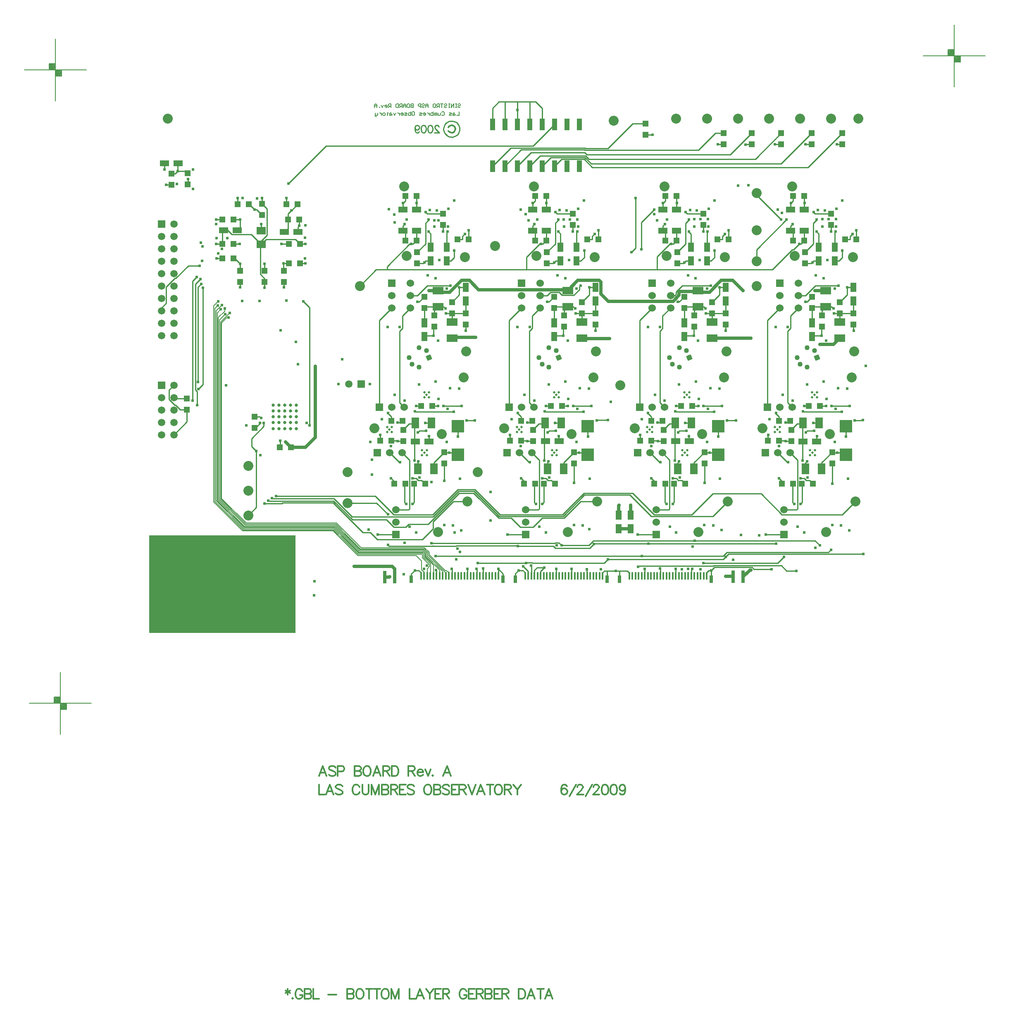
<source format=gbl>
%FSLAX23Y23*%
%MOIN*%
G70*
G01*
G75*
G04 Layer_Physical_Order=8*
G04 Layer_Color=16711680*
%ADD10C,0.005*%
%ADD11R,0.050X0.050*%
%ADD12O,0.098X0.028*%
%ADD13R,0.036X0.036*%
%ADD14R,0.030X0.100*%
%ADD15R,0.014X0.060*%
%ADD16R,0.031X0.060*%
%ADD17R,0.048X0.078*%
%ADD18R,0.050X0.050*%
%ADD19O,0.033X0.008*%
%ADD20O,0.008X0.033*%
%ADD21R,0.228X0.228*%
%ADD22R,0.016X0.061*%
%ADD23R,0.074X0.062*%
%ADD24R,0.134X0.075*%
%ADD25O,0.028X0.098*%
%ADD26R,0.024X0.087*%
%ADD27R,0.061X0.016*%
%ADD28R,0.062X0.074*%
%ADD29O,0.012X0.083*%
%ADD30O,0.083X0.012*%
%ADD31R,0.014X0.049*%
%ADD32R,0.036X0.028*%
%ADD33O,0.061X0.010*%
%ADD34O,0.010X0.061*%
%ADD35R,0.045X0.017*%
%ADD36R,0.100X0.100*%
%ADD37C,0.040*%
%ADD38C,0.025*%
%ADD39C,0.010*%
%ADD40C,0.012*%
%ADD41R,1.181X0.787*%
%ADD42C,0.008*%
%ADD43C,0.012*%
%ADD44C,0.012*%
%ADD45C,0.050*%
%ADD46C,0.026*%
%ADD47P,0.057X4X247.5*%
%ADD48C,0.080*%
%ADD49C,0.020*%
%ADD50R,0.060X0.060*%
%ADD51C,0.060*%
%ADD52R,0.060X0.060*%
%ADD53C,0.059*%
%ADD54R,0.059X0.059*%
%ADD55R,0.059X0.059*%
%ADD56C,0.236*%
%ADD57C,0.024*%
%ADD58C,0.040*%
%ADD59C,0.100*%
%ADD60C,0.045*%
%ADD61C,0.033*%
%ADD62C,0.072*%
%ADD63C,0.030*%
%ADD64C,0.055*%
G04:AMPARAMS|DCode=65|XSize=95.433mil|YSize=95.433mil|CornerRadius=0mil|HoleSize=0mil|Usage=FLASHONLY|Rotation=0.000|XOffset=0mil|YOffset=0mil|HoleType=Round|Shape=Relief|Width=10mil|Gap=10mil|Entries=4|*
%AMTHD65*
7,0,0,0.095,0.075,0.010,45*
%
%ADD65THD65*%
G04:AMPARAMS|DCode=66|XSize=112mil|YSize=112mil|CornerRadius=0mil|HoleSize=0mil|Usage=FLASHONLY|Rotation=0.000|XOffset=0mil|YOffset=0mil|HoleType=Round|Shape=Relief|Width=10mil|Gap=10mil|Entries=4|*
%AMTHD66*
7,0,0,0.112,0.092,0.010,45*
%
%ADD66THD66*%
%ADD67C,0.138*%
G04:AMPARAMS|DCode=68|XSize=70mil|YSize=70mil|CornerRadius=0mil|HoleSize=0mil|Usage=FLASHONLY|Rotation=0.000|XOffset=0mil|YOffset=0mil|HoleType=Round|Shape=Relief|Width=10mil|Gap=10mil|Entries=4|*
%AMTHD68*
7,0,0,0.070,0.050,0.010,45*
%
%ADD68THD68*%
%ADD69C,0.030*%
G04:AMPARAMS|DCode=70|XSize=85mil|YSize=85mil|CornerRadius=0mil|HoleSize=0mil|Usage=FLASHONLY|Rotation=0.000|XOffset=0mil|YOffset=0mil|HoleType=Round|Shape=Relief|Width=10mil|Gap=10mil|Entries=4|*
%AMTHD70*
7,0,0,0.085,0.065,0.010,45*
%
%ADD70THD70*%
%ADD71R,0.078X0.048*%
%ADD72R,0.060X0.086*%
%ADD73R,0.086X0.060*%
%ADD74R,0.075X0.063*%
%ADD75R,0.044X0.096*%
%ADD76R,1.181X0.787*%
D10*
X11586Y13126D02*
X11587Y13127D01*
X13111Y10422D02*
X13238Y10295D01*
X12652Y10480D02*
X12652Y10480D01*
X12561Y10480D02*
X12652D01*
X11437Y12293D02*
X11479Y12335D01*
X11492D01*
X12655Y10471D02*
X12655Y10471D01*
X12557Y10471D02*
X12655D01*
X11428Y12299D02*
X11501Y12372D01*
X13245Y10253D02*
Y10276D01*
X13102Y10418D02*
X13245Y10276D01*
X13220Y10253D02*
Y10288D01*
X13093Y10414D02*
X13220Y10288D01*
X12659Y10462D02*
X12659Y10462D01*
X12553Y10462D02*
X12659D01*
X11419Y12317D02*
X11466Y12364D01*
X13195Y10253D02*
Y10300D01*
X13084Y10411D02*
X13195Y10300D01*
X12663Y10453D02*
X12663Y10453D01*
X12550Y10453D02*
X12663D01*
X11410Y12335D02*
X11462Y12387D01*
Y12408D01*
X13145Y10253D02*
Y10338D01*
X13075Y10407D02*
X13145Y10338D01*
X12667Y10444D02*
X12667Y10444D01*
X12546Y10444D02*
X12667D01*
X11401Y12373D02*
X11430Y12402D01*
X13066Y10403D02*
X13122Y10348D01*
X12670Y10435D02*
X12670Y10435D01*
X12542Y10435D02*
X12670D01*
X11392Y12391D02*
X11438Y12437D01*
X13120Y10253D02*
X13122Y10255D01*
Y10348D01*
X13095Y10253D02*
Y10311D01*
X13113Y10329D01*
Y10344D01*
X13057Y10399D02*
X13113Y10344D01*
X12674Y10426D02*
X12674Y10426D01*
X12538Y10426D02*
X12674D01*
X11383Y12409D02*
X11407Y12433D01*
X11437Y10876D02*
Y12293D01*
Y10876D02*
X11635Y10678D01*
X12362D01*
X11631Y10669D02*
X12359D01*
X11428Y10872D02*
X11631Y10669D01*
X11428Y10872D02*
Y12299D01*
X11419Y10869D02*
Y12317D01*
Y10869D02*
X11628Y10660D01*
X12355D01*
X11624Y10651D02*
X12351D01*
X11410Y10865D02*
X11624Y10651D01*
X11410Y10865D02*
Y12335D01*
X11401Y10861D02*
Y12373D01*
Y10861D02*
X11620Y10642D01*
X12347D01*
X11616Y10633D02*
X12344D01*
X11392Y10858D02*
X11616Y10633D01*
X11392Y10858D02*
Y12391D01*
X11613Y10624D02*
X12340D01*
X11383Y10854D02*
X11613Y10624D01*
X11383Y10854D02*
Y12409D01*
X13238Y10295D02*
X13249D01*
X13258Y10286D01*
X13270D01*
Y10253D02*
Y10286D01*
X12362Y10678D02*
X12486Y10555D01*
X12561Y10480D01*
X12359Y10669D02*
X12477Y10551D01*
X12557Y10471D01*
X12355Y10660D02*
X12468Y10547D01*
X12553Y10462D01*
X12351Y10651D02*
X12459Y10544D01*
X12550Y10453D01*
X12347Y10642D02*
X12450Y10540D01*
X12546Y10444D01*
X12344Y10633D02*
X12441Y10536D01*
X12542Y10435D01*
X12340Y10624D02*
X12432Y10533D01*
X12538Y10426D01*
X11371Y12430D02*
X11408Y12467D01*
X11371Y10850D02*
Y12430D01*
Y10850D02*
X11606Y10615D01*
X12336D01*
X12535Y10417D02*
X12678D01*
X12678Y10417D01*
X13048Y10304D02*
X13062Y10290D01*
X13066D01*
X13070Y10286D01*
Y10253D02*
Y10286D01*
X13056Y10435D02*
X13066Y10424D01*
X13059Y10444D02*
X13075Y10428D01*
X13063Y10453D02*
X13084Y10432D01*
X13067Y10462D02*
X13093Y10435D01*
X13071Y10471D02*
X13102Y10439D01*
X13074Y10480D02*
X13111Y10443D01*
X12336Y10615D02*
X12535Y10417D01*
X13057Y10399D02*
Y10421D01*
X12670Y10435D02*
X13056D01*
X13066Y10403D02*
Y10424D01*
X12667Y10444D02*
X13059D01*
X13075Y10407D02*
Y10428D01*
X12663Y10453D02*
X13063D01*
X13084Y10411D02*
Y10432D01*
X12659Y10462D02*
X13067D01*
X13093Y10414D02*
Y10435D01*
X12655Y10471D02*
X13071D01*
X13102Y10418D02*
Y10439D01*
X12652Y10480D02*
X13074D01*
X13111Y10422D02*
Y10443D01*
X12678Y10417D02*
X13005D01*
X13048Y10374D01*
Y10304D02*
Y10374D01*
X13052Y10426D02*
X13057Y10421D01*
X12674Y10426D02*
X13052D01*
X13343Y14053D02*
X13348Y14058D01*
X13358D01*
X13363Y14053D01*
Y14048D01*
X13358Y14043D01*
X13348D01*
X13343Y14038D01*
Y14033D01*
X13348Y14028D01*
X13358D01*
X13363Y14033D01*
X13333Y14058D02*
X13323D01*
X13328D01*
Y14028D01*
X13333D01*
X13323D01*
X13308D02*
Y14058D01*
X13288Y14028D01*
Y14058D01*
X13278D02*
X13268D01*
X13273D01*
Y14028D01*
X13278D01*
X13268D01*
X13233Y14053D02*
X13238Y14058D01*
X13248D01*
X13253Y14053D01*
Y14048D01*
X13248Y14043D01*
X13238D01*
X13233Y14038D01*
Y14033D01*
X13238Y14028D01*
X13248D01*
X13253Y14033D01*
X13223Y14058D02*
X13203D01*
X13213D01*
Y14028D01*
X13193D02*
Y14058D01*
X13178D01*
X13173Y14053D01*
Y14043D01*
X13178Y14038D01*
X13193D01*
X13183D02*
X13173Y14028D01*
X13148Y14058D02*
X13158D01*
X13163Y14053D01*
Y14033D01*
X13158Y14028D01*
X13148D01*
X13143Y14033D01*
Y14053D01*
X13148Y14058D01*
X13103Y14028D02*
Y14048D01*
X13093Y14058D01*
X13083Y14048D01*
Y14028D01*
Y14043D01*
X13103D01*
X13053Y14053D02*
X13058Y14058D01*
X13068D01*
X13073Y14053D01*
Y14048D01*
X13068Y14043D01*
X13058D01*
X13053Y14038D01*
Y14033D01*
X13058Y14028D01*
X13068D01*
X13073Y14033D01*
X13043Y14028D02*
Y14058D01*
X13028D01*
X13023Y14053D01*
Y14043D01*
X13028Y14038D01*
X13043D01*
X12983Y14058D02*
Y14028D01*
X12968D01*
X12963Y14033D01*
Y14038D01*
X12968Y14043D01*
X12983D01*
X12968D01*
X12963Y14048D01*
Y14053D01*
X12968Y14058D01*
X12983D01*
X12938D02*
X12948D01*
X12953Y14053D01*
Y14033D01*
X12948Y14028D01*
X12938D01*
X12933Y14033D01*
Y14053D01*
X12938Y14058D01*
X12923Y14028D02*
Y14048D01*
X12913Y14058D01*
X12903Y14048D01*
Y14028D01*
Y14043D01*
X12923D01*
X12893Y14028D02*
Y14058D01*
X12878D01*
X12873Y14053D01*
Y14043D01*
X12878Y14038D01*
X12893D01*
X12883D02*
X12873Y14028D01*
X12863Y14058D02*
Y14028D01*
X12848D01*
X12843Y14033D01*
Y14053D01*
X12848Y14058D01*
X12863D01*
X12803Y14028D02*
Y14058D01*
X12788D01*
X12783Y14053D01*
Y14043D01*
X12788Y14038D01*
X12803D01*
X12793D02*
X12783Y14028D01*
X12758D02*
X12768D01*
X12773Y14033D01*
Y14043D01*
X12768Y14048D01*
X12758D01*
X12753Y14043D01*
Y14038D01*
X12773D01*
X12743Y14048D02*
X12733Y14028D01*
X12723Y14048D01*
X12713Y14028D02*
Y14033D01*
X12708D01*
Y14028D01*
X12713D01*
X12688D02*
Y14048D01*
X12678Y14058D01*
X12668Y14048D01*
Y14028D01*
Y14043D01*
X12688D01*
X13351Y13995D02*
Y13965D01*
X13331D01*
X13316Y13985D02*
X13306D01*
X13301Y13980D01*
Y13965D01*
X13316D01*
X13321Y13970D01*
X13316Y13975D01*
X13301D01*
X13291Y13965D02*
X13276D01*
X13271Y13970D01*
X13276Y13975D01*
X13286D01*
X13291Y13980D01*
X13286Y13985D01*
X13271D01*
X13211Y13990D02*
X13216Y13995D01*
X13226D01*
X13231Y13990D01*
Y13970D01*
X13226Y13965D01*
X13216D01*
X13211Y13970D01*
X13201Y13985D02*
Y13970D01*
X13196Y13965D01*
X13181D01*
Y13985D01*
X13171Y13965D02*
Y13985D01*
X13166D01*
X13161Y13980D01*
Y13965D01*
Y13980D01*
X13156Y13985D01*
X13151Y13980D01*
Y13965D01*
X13141Y13995D02*
Y13965D01*
X13126D01*
X13121Y13970D01*
Y13975D01*
Y13980D01*
X13126Y13985D01*
X13141D01*
X13111D02*
Y13965D01*
Y13975D01*
X13106Y13980D01*
X13101Y13985D01*
X13096D01*
X13066Y13965D02*
X13076D01*
X13081Y13970D01*
Y13980D01*
X13076Y13985D01*
X13066D01*
X13061Y13980D01*
Y13975D01*
X13081D01*
X13051Y13965D02*
X13036D01*
X13031Y13970D01*
X13036Y13975D01*
X13046D01*
X13051Y13980D01*
X13046Y13985D01*
X13031D01*
X12976Y13995D02*
X12986D01*
X12991Y13990D01*
Y13970D01*
X12986Y13965D01*
X12976D01*
X12971Y13970D01*
Y13990D01*
X12976Y13995D01*
X12961D02*
Y13965D01*
X12946D01*
X12941Y13970D01*
Y13975D01*
Y13980D01*
X12946Y13985D01*
X12961D01*
X12931Y13965D02*
X12916D01*
X12911Y13970D01*
X12916Y13975D01*
X12926D01*
X12931Y13980D01*
X12926Y13985D01*
X12911D01*
X12886Y13965D02*
X12896D01*
X12901Y13970D01*
Y13980D01*
X12896Y13985D01*
X12886D01*
X12881Y13980D01*
Y13975D01*
X12901D01*
X12871Y13985D02*
Y13965D01*
Y13975D01*
X12866Y13980D01*
X12861Y13985D01*
X12856D01*
X12841D02*
X12831Y13965D01*
X12821Y13985D01*
X12806D02*
X12796D01*
X12791Y13980D01*
Y13965D01*
X12806D01*
X12811Y13970D01*
X12806Y13975D01*
X12791D01*
X12776Y13990D02*
Y13985D01*
X12781D01*
X12771D01*
X12776D01*
Y13970D01*
X12771Y13965D01*
X12751D02*
X12741D01*
X12736Y13970D01*
Y13980D01*
X12741Y13985D01*
X12751D01*
X12756Y13980D01*
Y13970D01*
X12751Y13965D01*
X12726Y13985D02*
Y13965D01*
Y13975D01*
X12721Y13980D01*
X12716Y13985D01*
X12711D01*
X12696D02*
Y13970D01*
X12691Y13965D01*
X12676D01*
Y13960D01*
X12681Y13955D01*
X12686D01*
X12676Y13965D02*
Y13985D01*
D11*
X11701Y11536D02*
D03*
Y11446D02*
D03*
X11164Y13501D02*
D03*
Y13411D02*
D03*
X11034Y13406D02*
D03*
Y13496D02*
D03*
X15331Y11250D02*
D03*
Y11160D02*
D03*
X15001Y11340D02*
D03*
Y11430D02*
D03*
X15249Y12354D02*
D03*
Y12264D02*
D03*
X15169Y12414D02*
D03*
Y12504D02*
D03*
X15111Y12772D02*
D03*
Y12862D02*
D03*
X15321Y13172D02*
D03*
Y13082D02*
D03*
X15503Y12369D02*
D03*
Y12279D02*
D03*
X15393Y12369D02*
D03*
Y12459D02*
D03*
X14280Y11250D02*
D03*
Y11160D02*
D03*
X13950Y11340D02*
D03*
Y11430D02*
D03*
X14198Y12354D02*
D03*
Y12264D02*
D03*
X14118Y12414D02*
D03*
Y12504D02*
D03*
X14060Y12772D02*
D03*
Y12862D02*
D03*
X14270Y13172D02*
D03*
Y13082D02*
D03*
X14452Y12369D02*
D03*
Y12279D02*
D03*
X14342Y12369D02*
D03*
Y12459D02*
D03*
X12903Y11430D02*
D03*
Y11340D02*
D03*
X13233Y11160D02*
D03*
Y11250D02*
D03*
X13295Y12459D02*
D03*
Y12369D02*
D03*
X13151Y12264D02*
D03*
Y12354D02*
D03*
X13071Y12504D02*
D03*
Y12414D02*
D03*
X13405Y12279D02*
D03*
Y12369D02*
D03*
X13013Y12862D02*
D03*
Y12772D02*
D03*
X13223Y13082D02*
D03*
Y13172D02*
D03*
X16362Y11160D02*
D03*
Y11250D02*
D03*
X16032Y11430D02*
D03*
Y11340D02*
D03*
X16280Y12264D02*
D03*
Y12354D02*
D03*
X16200Y12504D02*
D03*
Y12414D02*
D03*
X16142Y12862D02*
D03*
Y12772D02*
D03*
X16352Y13082D02*
D03*
Y13172D02*
D03*
X16534Y12279D02*
D03*
Y12369D02*
D03*
X16424Y12459D02*
D03*
Y12369D02*
D03*
X11585Y12624D02*
D03*
Y12714D02*
D03*
X11939Y12622D02*
D03*
Y12712D02*
D03*
X11762Y13253D02*
D03*
Y13163D02*
D03*
X11782Y12623D02*
D03*
Y12713D02*
D03*
X11156Y11684D02*
D03*
Y11594D02*
D03*
X15950Y13733D02*
D03*
Y13823D02*
D03*
X15487Y13733D02*
D03*
Y13823D02*
D03*
X14857Y13811D02*
D03*
Y13901D02*
D03*
X16442Y13733D02*
D03*
Y13823D02*
D03*
X16196Y13733D02*
D03*
Y13823D02*
D03*
X15713Y13733D02*
D03*
Y13823D02*
D03*
D14*
X15642Y10245D02*
D03*
X15563D02*
D03*
X12832Y10244D02*
D03*
X12753D02*
D03*
D15*
X13670Y10253D02*
D03*
X13045D02*
D03*
X15350Y10254D02*
D03*
X15325D02*
D03*
X15300D02*
D03*
X15275D02*
D03*
X15250D02*
D03*
X15225D02*
D03*
X15200D02*
D03*
X15175D02*
D03*
X15150D02*
D03*
X15125D02*
D03*
X15100D02*
D03*
X15075D02*
D03*
X15050D02*
D03*
X15025D02*
D03*
X15000D02*
D03*
X14975D02*
D03*
X14950D02*
D03*
X14925D02*
D03*
X14900D02*
D03*
X14875D02*
D03*
X14850D02*
D03*
X14825D02*
D03*
X14800D02*
D03*
X14775D02*
D03*
X14750D02*
D03*
X14725D02*
D03*
X14510Y10253D02*
D03*
X14485D02*
D03*
X14460D02*
D03*
X14435D02*
D03*
X14410D02*
D03*
X14385D02*
D03*
X14360D02*
D03*
X14335D02*
D03*
X14310D02*
D03*
X14285D02*
D03*
X14260D02*
D03*
X14235D02*
D03*
X14210D02*
D03*
X14185D02*
D03*
X14160D02*
D03*
X14135D02*
D03*
X14110D02*
D03*
X14085D02*
D03*
X14060D02*
D03*
X14035D02*
D03*
X14010D02*
D03*
X13985D02*
D03*
X13960D02*
D03*
X13935D02*
D03*
X13910D02*
D03*
X13885D02*
D03*
X13645D02*
D03*
X13620D02*
D03*
X13595D02*
D03*
X13570D02*
D03*
X13545D02*
D03*
X13520D02*
D03*
X13495D02*
D03*
X13470D02*
D03*
X13445D02*
D03*
X13420D02*
D03*
X13395D02*
D03*
X13370D02*
D03*
X13345D02*
D03*
X13320D02*
D03*
X13295D02*
D03*
X13270D02*
D03*
X13245D02*
D03*
X13220D02*
D03*
X13195D02*
D03*
X13170D02*
D03*
X13145D02*
D03*
X13120D02*
D03*
X13095D02*
D03*
X13070D02*
D03*
D16*
X12967Y10226D02*
D03*
X13707D02*
D03*
X13807D02*
D03*
X14547D02*
D03*
X15387D02*
D03*
X14647D02*
D03*
D17*
X14639Y10634D02*
D03*
Y10744D02*
D03*
X15169Y12184D02*
D03*
Y12294D02*
D03*
X15351Y12792D02*
D03*
Y12902D02*
D03*
X15503Y12469D02*
D03*
Y12579D02*
D03*
X15221Y12792D02*
D03*
Y12902D02*
D03*
X14118Y12184D02*
D03*
Y12294D02*
D03*
X14300Y12792D02*
D03*
Y12902D02*
D03*
X14452Y12469D02*
D03*
Y12579D02*
D03*
X14170Y12792D02*
D03*
Y12902D02*
D03*
X13071Y12294D02*
D03*
Y12184D02*
D03*
X13405Y12579D02*
D03*
Y12469D02*
D03*
X13253Y12902D02*
D03*
Y12792D02*
D03*
X13123Y12902D02*
D03*
Y12792D02*
D03*
X16200Y12294D02*
D03*
Y12184D02*
D03*
X16382Y12902D02*
D03*
Y12792D02*
D03*
X16534Y12579D02*
D03*
Y12469D02*
D03*
X16252Y12902D02*
D03*
Y12792D02*
D03*
X14737Y10743D02*
D03*
Y10633D02*
D03*
D18*
X11906Y11291D02*
D03*
X11996D02*
D03*
X15143Y11623D02*
D03*
X15233D02*
D03*
X15176Y10995D02*
D03*
X15086D02*
D03*
X14926D02*
D03*
X15016D02*
D03*
X14903Y11503D02*
D03*
X14993D02*
D03*
X14903Y11343D02*
D03*
X14813D02*
D03*
X15526Y12967D02*
D03*
X15436D02*
D03*
X15016Y12957D02*
D03*
X15106D02*
D03*
X15016Y13317D02*
D03*
X15106D02*
D03*
X14092Y11623D02*
D03*
X14182D02*
D03*
X14125Y10995D02*
D03*
X14035D02*
D03*
X13875D02*
D03*
X13965D02*
D03*
X13852Y11503D02*
D03*
X13942D02*
D03*
X13852Y11343D02*
D03*
X13762D02*
D03*
X14475Y12967D02*
D03*
X14385D02*
D03*
X13965Y12957D02*
D03*
X14055D02*
D03*
X13965Y13317D02*
D03*
X14055D02*
D03*
X12715Y11343D02*
D03*
X12805D02*
D03*
X12895Y11503D02*
D03*
X12805D02*
D03*
X12918Y10995D02*
D03*
X12828D02*
D03*
X12988D02*
D03*
X13078D02*
D03*
X13135Y11623D02*
D03*
X13045D02*
D03*
X13338Y12967D02*
D03*
X13428D02*
D03*
X13008Y12957D02*
D03*
X12918D02*
D03*
X13008Y13317D02*
D03*
X12918D02*
D03*
X16264Y11623D02*
D03*
X16174D02*
D03*
X16117Y10995D02*
D03*
X16207D02*
D03*
X16047D02*
D03*
X15957D02*
D03*
X16024Y11503D02*
D03*
X15934D02*
D03*
X15844Y11343D02*
D03*
X15934D02*
D03*
X16467Y12967D02*
D03*
X16557D02*
D03*
X16137Y12957D02*
D03*
X16047D02*
D03*
X16137Y13317D02*
D03*
X16047D02*
D03*
X11443Y13126D02*
D03*
X11533D02*
D03*
X11444Y12813D02*
D03*
X11534D02*
D03*
X12070Y12773D02*
D03*
X11980D02*
D03*
X11444Y12930D02*
D03*
X11534D02*
D03*
X12062Y13127D02*
D03*
X11972D02*
D03*
X12068Y12931D02*
D03*
X11978D02*
D03*
X11566Y13250D02*
D03*
X11656D02*
D03*
X11960Y13249D02*
D03*
X12050D02*
D03*
D36*
X15441Y11230D02*
D03*
Y11460D02*
D03*
X14390Y11230D02*
D03*
Y11460D02*
D03*
X13343D02*
D03*
Y11230D02*
D03*
X16472Y11460D02*
D03*
Y11230D02*
D03*
D37*
X13030Y11935D02*
D03*
X12974Y11958D02*
D03*
X12950Y12014D02*
D03*
X13030Y12094D02*
D03*
X13088Y12070D02*
D03*
X14135D02*
D03*
X14077Y12094D02*
D03*
X13997Y12014D02*
D03*
X14021Y11958D02*
D03*
X14077Y11935D02*
D03*
X15129D02*
D03*
X15073Y11958D02*
D03*
X15048Y12014D02*
D03*
X15129Y12094D02*
D03*
X15187Y12070D02*
D03*
X16218D02*
D03*
X16160Y12094D02*
D03*
X16080Y12014D02*
D03*
X16104Y11958D02*
D03*
X16160Y11935D02*
D03*
D38*
X14685Y10634D02*
X14736D01*
X14639D02*
X14685D01*
X14639Y10819D02*
X14642Y10823D01*
X14639Y10744D02*
Y10819D01*
X14737Y10823D02*
X14737Y10823D01*
Y10743D02*
Y10823D01*
X15501Y10248D02*
X15560D01*
X15563Y10245D01*
X12789Y10244D02*
X12791Y10246D01*
X12753Y10244D02*
X12789D01*
X12506Y10331D02*
X12811D01*
X12832Y10310D01*
Y10244D02*
Y10310D01*
X12192Y11369D02*
Y11944D01*
X12114Y11291D02*
X12192Y11369D01*
X11996Y11291D02*
X12114D01*
X11954Y11333D02*
X11996Y11291D01*
X11954Y11333D02*
Y11333D01*
X15560Y12635D02*
X15641Y12553D01*
X15466Y12635D02*
X15560D01*
X15372Y12541D02*
X15466Y12635D01*
X15292Y12541D02*
X15372D01*
X15287Y12546D02*
X15292Y12541D01*
X15137Y12546D02*
X15287D01*
X15126Y12535D02*
X15137Y12546D01*
X15126Y12515D02*
Y12535D01*
X15078Y12467D02*
X15126Y12515D01*
X14555Y12467D02*
X15078D01*
X14495Y12527D02*
X14555Y12467D01*
X14495Y12527D02*
Y12622D01*
X14483Y12635D02*
X14495Y12622D01*
X14308Y12635D02*
X14483D01*
X14228Y12554D02*
X14308Y12635D01*
X14222Y12560D02*
X14228Y12554D01*
X13510Y12560D02*
X14222D01*
X13435Y12635D02*
X13510Y12560D01*
X13371Y12635D02*
X13435D01*
X13277Y12541D02*
X13371Y12635D01*
X13194Y12541D02*
X13277D01*
X13181Y12554D02*
X13194Y12541D01*
X13109Y12554D02*
X13181D01*
X13109Y12554D02*
X13109Y12554D01*
X16221Y12553D02*
X16309D01*
X16310Y12554D01*
X15642Y10245D02*
X15698Y10300D01*
X15706D01*
X15394Y12168D02*
X15706D01*
X15393Y12169D02*
X15394Y12168D01*
X14345Y12166D02*
X14566D01*
X14342Y12169D02*
X14345Y12166D01*
X13302Y12177D02*
X13487D01*
X13295Y12169D02*
X13302Y12177D01*
X16261Y12118D02*
X16373D01*
X16424Y12169D01*
D39*
X13357Y13856D02*
X13356Y13866D01*
X13354Y13876D01*
X13350Y13885D01*
X13345Y13894D01*
X13339Y13901D01*
X13331Y13908D01*
X13323Y13913D01*
X13314Y13917D01*
X13304Y13920D01*
X13295Y13921D01*
X13285Y13921D01*
X13275Y13919D01*
X13265Y13916D01*
X13257Y13911D01*
X13249Y13905D01*
X13242Y13898D01*
X13236Y13889D01*
X13232Y13881D01*
X13229Y13871D01*
X13227Y13861D01*
Y13851D01*
X13229Y13841D01*
X13232Y13832D01*
X13236Y13823D01*
X13242Y13815D01*
X13249Y13808D01*
X13257Y13802D01*
X13265Y13797D01*
X13275Y13794D01*
X13285Y13792D01*
X13295Y13791D01*
X13304Y13792D01*
X13314Y13795D01*
X13323Y13799D01*
X13331Y13805D01*
X13339Y13811D01*
X13345Y13819D01*
X13350Y13827D01*
X13354Y13837D01*
X13356Y13846D01*
X13357Y13856D01*
X14823Y13104D02*
X14925Y13206D01*
X14823Y12885D02*
Y13104D01*
X15387Y10296D02*
X15413Y10322D01*
X15407Y10336D02*
X15951D01*
X15404Y10333D02*
X15407Y10336D01*
X14804Y10333D02*
X15404D01*
X15413Y10322D02*
X15715D01*
X14797Y10326D02*
X14804Y10333D01*
X15951Y10336D02*
X15994Y10292D01*
X15715Y10322D02*
X15730Y10307D01*
X15871D01*
X16330Y10442D02*
X16352Y10464D01*
X15511Y10442D02*
X16330D01*
X15482Y10413D02*
X15511Y10442D01*
X14825Y10413D02*
X15482D01*
X14551Y10385D02*
X15484D01*
X15504Y10405D01*
X15994Y10292D02*
X16072D01*
X15324Y10356D02*
X15344D01*
X15923D02*
X15972Y10405D01*
X15344Y10356D02*
X15923D01*
X10977Y13528D02*
X10977Y13528D01*
Y13581D01*
X11084Y13578D02*
X11087Y13581D01*
X11084Y13516D02*
Y13578D01*
X11149Y13516D02*
X11164Y13501D01*
X11084Y13516D02*
X11149D01*
X11024Y13506D02*
X11034Y13496D01*
X11042Y13488D01*
X11034Y13496D02*
X11064D01*
X11084Y13516D01*
X16147Y11166D02*
X16158Y11177D01*
X16147Y11115D02*
Y11166D01*
X15116D02*
X15127Y11177D01*
X15116Y11115D02*
Y11166D01*
X14065Y11170D02*
X14072Y11177D01*
X14065Y11115D02*
Y11170D01*
X13024Y11177D02*
X13028Y11181D01*
X13028D01*
X13018Y11170D02*
X13028Y11181D01*
X13018Y11115D02*
Y11170D01*
X16610Y10428D02*
X16611Y10429D01*
X15527Y10428D02*
X16610D01*
X15504Y10405D02*
X15527Y10428D01*
X14461Y11507D02*
X14463Y11509D01*
X14551D01*
X14523Y10357D02*
X14551Y10385D01*
X13944Y10357D02*
X14523D01*
X13895Y10358D02*
X13943D01*
X13893Y10356D02*
X13895Y10358D01*
X13943D02*
X13944Y10357D01*
X13892D02*
X13893Y10356D01*
X13501Y10357D02*
X13892D01*
X13934Y10337D02*
X13935Y10337D01*
Y10253D02*
Y10337D01*
X13130Y10515D02*
X14124D01*
X14129Y10520D02*
X14156D01*
X14178Y10498D01*
X14124Y10515D02*
X14129Y10520D01*
X14178Y10498D02*
X14398D01*
X14436Y10536D01*
X15253D01*
X16224D01*
X16262Y10498D01*
X14924Y13168D02*
X14925D01*
X14949Y12723D02*
Y12825D01*
Y12723D02*
X15879D01*
X13895D02*
X14949D01*
Y12825D02*
X15053Y12929D01*
X15064D01*
X13895Y12723D02*
Y12823D01*
X12771Y12723D02*
X13895D01*
Y12823D02*
X14002Y12929D01*
X14013D01*
X12683Y12723D02*
X12771D01*
Y12746D01*
X12954Y12929D01*
X12965D01*
X12551Y12591D02*
X12683Y12723D01*
X15879D02*
X16038Y12883D01*
X16049D01*
X16095Y12929D01*
X15751Y13324D02*
Y13341D01*
Y13324D02*
X15950Y13125D01*
X15751Y12883D02*
X15993Y13125D01*
X15751Y12791D02*
Y12883D01*
X11013Y11753D02*
X11051Y11791D01*
X11067Y11630D02*
X11103Y11594D01*
X11013Y11675D02*
Y11753D01*
Y11675D02*
X11058Y11630D01*
X11067D01*
X11103Y11594D02*
X11156D01*
X11051Y11391D02*
X11156Y11496D01*
Y11594D01*
X11051Y11691D02*
X11058Y11684D01*
X11156D01*
X10990Y13406D02*
X10990Y13406D01*
X11034D01*
X11164Y13411D02*
X11167Y13414D01*
Y13452D01*
X11151Y13488D02*
X11164Y13501D01*
X11202Y11665D02*
Y12629D01*
X11236Y12663D01*
X11238Y11628D02*
Y11741D01*
X11226Y11753D02*
Y12605D01*
X11266Y12645D01*
X11226Y11753D02*
X11238Y11741D01*
X11247Y11817D02*
Y12582D01*
X11272Y12607D01*
X11249Y11759D02*
X11287Y11797D01*
Y12577D01*
X14475Y12967D02*
Y13038D01*
X14293Y12369D02*
X14342D01*
X14274Y12424D02*
X14288Y12410D01*
X14170Y12902D02*
Y13011D01*
X14060Y12862D02*
X14128Y12930D01*
Y13095D01*
X14154Y13122D01*
Y13126D01*
X14270Y13031D02*
Y13082D01*
X14300Y12792D02*
X14333D01*
X14361Y12820D01*
Y12876D01*
X14385Y12967D02*
X14425D01*
Y12990D01*
X14444Y13009D01*
X14475Y13038D02*
Y13039D01*
X14142Y13172D02*
X14270D01*
X13945Y13037D02*
Y13073D01*
X13959Y13088D01*
X14320Y11246D02*
X14374D01*
X13852Y11503D02*
Y11537D01*
X14054Y11039D02*
X14069Y11024D01*
X14096D01*
X14024Y11039D02*
X14054D01*
X13917Y11168D02*
X13923D01*
X14036Y10845D02*
Y10992D01*
X13960Y10845D02*
X13974Y10831D01*
X13960Y10845D02*
Y10992D01*
X14273Y11622D02*
X14420D01*
X14356Y11577D02*
X14357Y11576D01*
X14182Y11623D02*
X14229D01*
X14078Y11422D02*
X14133D01*
X13757Y12313D02*
X13857Y12413D01*
X13942Y12249D02*
Y12349D01*
X14007Y12413D01*
X13990Y10785D02*
X13999Y10794D01*
Y11186D01*
X14342Y12299D02*
Y12369D01*
X14128Y12424D02*
X14228D01*
X14198Y12354D02*
Y12394D01*
X14228Y12424D01*
X14274D01*
X13950Y11433D02*
X13997Y11480D01*
X14040D01*
X14126Y11485D02*
X14175D01*
X14195Y11115D02*
Y11165D01*
X14280Y11250D01*
X14060Y12772D02*
X14111D01*
X14131Y12792D02*
X14170D01*
X14401Y12518D02*
Y12577D01*
X14342Y12459D02*
X14401Y12518D01*
X14403Y12577D02*
X14405Y12579D01*
X14452D01*
Y12369D02*
Y12469D01*
X13945Y13207D02*
Y13257D01*
X13965Y13277D02*
Y13317D01*
X14342Y12369D02*
X14452D01*
X14013Y12929D02*
X14026D01*
X14055Y12957D01*
Y13037D01*
X13965Y12957D02*
Y13017D01*
X13945Y13037D02*
X13965Y13017D01*
X14385Y12967D02*
X14404D01*
X14300Y12902D02*
Y13024D01*
X14305Y13029D01*
X14076Y12462D02*
X14118Y12504D01*
Y12414D02*
X14128Y12424D01*
X14118Y12294D02*
Y12414D01*
X14194Y12260D02*
X14198Y12264D01*
X13762Y11343D02*
Y11387D01*
X13852Y11343D02*
X13900D01*
X13903Y11340D01*
X13950Y11430D02*
Y11433D01*
X13902Y11488D02*
X13927D01*
X13942Y11503D01*
X14390Y11375D02*
X14391Y11374D01*
X14390Y11375D02*
Y11460D01*
X14374Y11246D02*
X14390Y11230D01*
X14280Y11250D02*
X14284Y11246D01*
X13960Y10992D02*
X13963Y10995D01*
X13875D02*
Y11016D01*
X13851Y11039D02*
X13875Y11016D01*
X14023Y10985D02*
X14033Y10995D01*
X14096Y11024D02*
X14125Y10995D01*
X15344Y12369D02*
X15393D01*
X15325Y12424D02*
X15339Y12410D01*
X15221Y12902D02*
Y13011D01*
X15380Y12593D02*
X15382Y12591D01*
X15111Y12862D02*
X15179Y12930D01*
Y13095D01*
X15205Y13122D01*
Y13126D01*
X15321Y13031D02*
Y13082D01*
X15384Y12792D02*
X15412Y12820D01*
X15351Y12792D02*
X15384D01*
X15412Y12820D02*
Y12876D01*
X15436Y12967D02*
X15476D01*
Y12990D01*
X15495Y13009D01*
X15526Y12967D02*
Y13038D01*
Y13039D01*
X15193Y13172D02*
X15321D01*
X14996Y13037D02*
Y13073D01*
X15010Y13088D01*
X15371Y11246D02*
X15425D01*
X14903Y11503D02*
Y11537D01*
X15076Y11039D02*
X15105D01*
X15120Y11024D01*
X15148D01*
X14968Y11168D02*
X14974D01*
X15087Y10845D02*
Y10992D01*
X15011Y10845D02*
Y10992D01*
Y10845D02*
X15025Y10831D01*
X15324Y11622D02*
X15471D01*
X15407Y11577D02*
X15408Y11576D01*
X15512Y11507D02*
X15585D01*
X15233Y11623D02*
X15280D01*
X15129Y11422D02*
X15184D01*
X14808Y12313D02*
X14908Y12413D01*
X14971Y11650D02*
Y12227D01*
X14981Y12237D01*
X14981D01*
X14971Y11650D02*
X15008Y11613D01*
X14981Y12237D02*
X14994Y12249D01*
Y12349D01*
X15058Y12413D01*
X15041Y10785D02*
X15050Y10794D01*
Y11186D01*
X15393Y12299D02*
Y12369D01*
X15179Y12424D02*
X15279D01*
X15249Y12354D02*
Y12394D01*
X15279Y12424D01*
X15325D01*
X15001Y11433D02*
X15048Y11480D01*
X15091D01*
X15177Y11485D02*
X15226D01*
X15246Y11115D02*
Y11165D01*
X15331Y11250D01*
X15111Y12772D02*
X15162D01*
X15182Y12792D02*
X15221D01*
X15393Y12459D02*
X15452Y12518D01*
Y12577D01*
X15454D02*
X15456Y12579D01*
X15503D01*
Y12369D02*
Y12469D01*
X14996Y13207D02*
Y13257D01*
X15016Y13277D02*
Y13317D01*
X15393Y12369D02*
X15503D01*
X15064Y12929D02*
X15078D01*
X15106Y12957D01*
Y13037D01*
X15016Y12957D02*
Y13017D01*
X14996Y13037D02*
X15016Y13017D01*
X15436Y12967D02*
X15455D01*
X15351Y13024D02*
X15356Y13029D01*
X15351Y12902D02*
Y13024D01*
X15169Y12414D02*
X15179Y12424D01*
X15169Y12294D02*
Y12414D01*
X15245Y12260D02*
X15249Y12264D01*
X14813Y11343D02*
Y11387D01*
X14951Y11343D02*
X14954Y11340D01*
X14903Y11343D02*
X14951D01*
X15001Y11430D02*
Y11433D01*
X14954Y11488D02*
X14978D01*
X14993Y11503D01*
X15441Y11375D02*
X15442Y11374D01*
X15441Y11375D02*
Y11460D01*
X15425Y11246D02*
X15441Y11230D01*
X15331Y11250D02*
X15335Y11246D01*
X15011Y10992D02*
X15014Y10995D01*
X14926D02*
Y11016D01*
X14902Y11039D02*
X14926Y11016D01*
X15074Y10985D02*
X15084Y10995D01*
X15148Y11024D02*
X15176Y10995D01*
X16375Y12369D02*
X16424D01*
X16356Y12424D02*
X16370Y12410D01*
X16252Y12902D02*
Y13011D01*
X16411Y12593D02*
X16413Y12591D01*
X16142Y12862D02*
X16210Y12930D01*
Y13095D01*
X16237Y13122D01*
Y13126D01*
X16352Y13031D02*
Y13082D01*
X16415Y12792D02*
X16443Y12820D01*
X16382Y12792D02*
X16415D01*
X16443Y12820D02*
Y12876D01*
X16467Y12967D02*
X16507D01*
Y12990D01*
X16527Y13009D01*
X16557Y12967D02*
Y13038D01*
Y13039D01*
X16224Y13172D02*
X16352D01*
X16027Y13037D02*
Y13073D01*
X16042Y13088D01*
X16402Y11246D02*
X16456D01*
X15934Y11503D02*
Y11537D01*
X16107Y11039D02*
X16136D01*
X16152Y11024D02*
X16179D01*
X16136Y11039D02*
X16152Y11024D01*
X15999Y11168D02*
X16005D01*
X16118Y10845D02*
Y10992D01*
X16042Y10845D02*
Y10992D01*
Y10845D02*
X16056Y10831D01*
X16355Y11622D02*
X16502D01*
X16438Y11577D02*
X16439Y11576D01*
X16543Y11507D02*
X16610D01*
X16264Y11623D02*
X16311D01*
X16160Y11422D02*
X16215D01*
X15839Y12313D02*
X15939Y12413D01*
X16002Y11650D02*
Y12227D01*
X16012Y12237D01*
X16013D01*
X16002Y11650D02*
X16039Y11613D01*
X16013Y12237D02*
X16025Y12249D01*
Y12349D01*
X16089Y12413D01*
X16072Y10785D02*
X16081Y10794D01*
Y11186D01*
X16424Y12299D02*
Y12369D01*
X16210Y12424D02*
X16310D01*
X16280Y12354D02*
Y12394D01*
X16310Y12424D01*
X16356D01*
X16032Y11433D02*
X16079Y11480D01*
X16122D01*
X16208Y11485D02*
X16257D01*
X16277Y11115D02*
Y11165D01*
X16362Y11250D01*
X16142Y12772D02*
X16193D01*
X16213Y12792D02*
X16252D01*
X16424Y12459D02*
X16483Y12518D01*
Y12577D01*
X16485D02*
X16487Y12579D01*
X16534D01*
Y12369D02*
Y12469D01*
X16027Y13207D02*
Y13257D01*
X16047Y13277D02*
Y13317D01*
X16424Y12369D02*
X16534D01*
X16095Y12929D02*
X16109D01*
X16137Y12957D01*
Y13037D01*
X16047Y12957D02*
Y13017D01*
X16027Y13037D02*
X16047Y13017D01*
X16467Y12967D02*
X16486D01*
X16382Y12902D02*
Y13024D01*
X16387Y13029D01*
X16158Y12462D02*
X16200Y12504D01*
Y12414D02*
X16210Y12424D01*
X16200Y12294D02*
Y12414D01*
X16204Y12188D02*
X16275D01*
X16276Y12260D02*
X16280Y12264D01*
X16200Y12184D02*
X16204Y12188D01*
X16237Y11335D02*
Y11378D01*
X15844Y11343D02*
Y11387D01*
X15982Y11343D02*
X15985Y11340D01*
X15934Y11343D02*
X15982D01*
X16032Y11430D02*
Y11433D01*
X15985Y11488D02*
X16009D01*
X16024Y11503D01*
X16472Y11375D02*
X16473Y11374D01*
X16472Y11375D02*
Y11460D01*
X16456Y11246D02*
X16472Y11230D01*
X16362Y11250D02*
X16366Y11246D01*
X16042Y10992D02*
X16045Y10995D01*
X15957D02*
Y11016D01*
X15934Y11039D02*
X15957Y11016D01*
X16105Y10985D02*
X16115Y10995D01*
X16179Y11024D02*
X16207Y10995D01*
X13107Y13122D02*
Y13126D01*
X13081Y13095D02*
X13107Y13122D01*
X13081Y12930D02*
Y13095D01*
X12879Y11488D02*
X12895Y11503D01*
X12855Y11488D02*
X12879D01*
X12977Y11039D02*
X13006D01*
X13022Y11024D01*
X13049D01*
X13078Y10995D01*
X12828D02*
Y11016D01*
X12804Y11039D02*
X12828Y11016D01*
X12965Y12929D02*
X12979D01*
X13008Y12957D01*
X13428Y13038D02*
Y13039D01*
Y12967D02*
Y13038D01*
X12805Y11503D02*
Y11537D01*
X12853Y11343D02*
X12856Y11340D01*
X12805Y11343D02*
X12853D01*
X12715D02*
Y11387D01*
X12976Y10985D02*
X12986Y10995D01*
X12913Y10845D02*
X12927Y10831D01*
X12913Y10845D02*
Y10992D01*
X12916Y10995D01*
X12989Y10845D02*
Y10992D01*
X12950Y11480D02*
X12993D01*
X12903Y11433D02*
X12950Y11480D01*
X12903Y11430D02*
Y11433D01*
X13108Y11335D02*
Y11378D01*
X13079Y11485D02*
X13128D01*
X12870Y11168D02*
X12876D01*
X12952Y10794D02*
Y11186D01*
X13233Y11250D02*
X13237Y11246D01*
X13327D02*
X13343Y11230D01*
Y11375D02*
Y11460D01*
Y11375D02*
X13344Y11374D01*
X12943Y10785D02*
X12952Y10794D01*
X13309Y11577D02*
X13310Y11576D01*
X13135Y11623D02*
X13182D01*
X13226Y11622D02*
X13373D01*
X13148Y11165D02*
X13233Y11250D01*
X13148Y11115D02*
Y11165D01*
X13071Y12294D02*
Y12414D01*
X13081Y12424D01*
X13227D02*
X13241Y12410D01*
X13081Y12424D02*
X13181D01*
X13227D01*
X13405Y12369D02*
Y12469D01*
X13295Y12369D02*
X13405D01*
X13295Y12299D02*
Y12369D01*
X13246D02*
X13295D01*
X13151Y12394D02*
X13181Y12424D01*
X13151Y12354D02*
Y12394D01*
X13071Y12184D02*
X13075Y12188D01*
X13146D01*
X13147Y12260D02*
X13151Y12264D01*
X13295Y12459D02*
X13354Y12518D01*
X13356Y12577D02*
X13358Y12579D01*
X13405D01*
X13354Y12518D02*
Y12577D01*
X12710Y12313D02*
X12810Y12413D01*
X13031Y11422D02*
X13086D01*
X13123Y12902D02*
Y13011D01*
X13338Y12967D02*
X13357D01*
X13223Y13031D02*
Y13082D01*
X13253Y12902D02*
Y13024D01*
X13258Y13029D01*
X13008Y12957D02*
Y13037D01*
X13013Y12862D02*
X13081Y12930D01*
X12898Y13073D02*
X12912Y13088D01*
X12898Y13037D02*
Y13073D01*
Y13037D02*
X12918Y13017D01*
Y12957D02*
Y13017D01*
X13095Y13172D02*
X13223D01*
X12898Y13207D02*
Y13257D01*
X12918Y13277D02*
Y13317D01*
X13253Y12792D02*
X13286D01*
X13314Y12820D01*
Y12876D01*
X13084Y12792D02*
X13123D01*
X13013Y12772D02*
X13064D01*
X13338Y12967D02*
X13378D01*
Y12990D01*
X13397Y13009D01*
X12873Y11650D02*
Y12227D01*
Y11650D02*
X12910Y11613D01*
X12883Y12237D02*
X12895Y12249D01*
X12882Y12237D02*
X12883D01*
X12873Y12227D02*
X12882Y12237D01*
X12895Y12249D02*
Y12349D01*
X13414Y11507D02*
X13478D01*
X16137Y13207D02*
Y13317D01*
X15106Y13207D02*
Y13317D01*
X14055Y13207D02*
Y13317D01*
X13008Y13207D02*
Y13317D01*
X16089Y12513D02*
X16147D01*
X16354Y11621D02*
X16355Y11622D01*
X15323Y11621D02*
X15324Y11622D01*
X14272Y11621D02*
X14273Y11622D01*
X13225Y11621D02*
X13226Y11622D01*
X16148Y11410D02*
X16160Y11422D01*
X15839Y11613D02*
Y12313D01*
X15117Y11410D02*
X15129Y11422D01*
X14808Y11613D02*
Y12313D01*
X14066Y11410D02*
X14078Y11422D01*
X13757Y11613D02*
Y12313D01*
X13019Y11410D02*
X13031Y11422D01*
X12710Y11613D02*
Y12313D01*
X16022Y11245D02*
X16081Y11186D01*
X15972Y10785D02*
X16072D01*
X15922Y11245D02*
X15999Y11168D01*
X14991Y11245D02*
X15050Y11186D01*
X14941Y10785D02*
X15041D01*
X14891Y11245D02*
X14968Y11168D01*
X13940Y11245D02*
X13999Y11186D01*
X13890Y10785D02*
X13990D01*
X13840Y11245D02*
X13917Y11168D01*
X12893Y11245D02*
X12952Y11186D01*
X12843Y10785D02*
X12943D01*
X12793Y11245D02*
X12870Y11168D01*
X16374Y12370D02*
X16375Y12369D01*
X15343Y12370D02*
X15344Y12369D01*
X14292Y12370D02*
X14293Y12369D01*
X13245Y12370D02*
X13246Y12369D01*
X16352Y13031D02*
X16352Y13031D01*
X15320Y13031D02*
X15321Y13031D01*
X14269Y13031D02*
X14270Y13031D01*
X13222Y13031D02*
X13223Y13031D01*
X16122Y11182D02*
Y11480D01*
X15091Y11182D02*
Y11480D01*
X14040Y11182D02*
Y11480D01*
X12993Y11182D02*
Y11480D01*
X16366Y11246D02*
X16401D01*
X16402D01*
X15335D02*
X15370D01*
X15371D01*
X14284D02*
X14319D01*
X14320D01*
X13272D02*
X13273D01*
X13327D01*
X13237D02*
X13272D01*
X15824Y10585D02*
X15972D01*
X14793D02*
X14941D01*
X13742D02*
X13890D01*
X12695D02*
X12843D01*
X16235Y13028D02*
X16252Y13011D01*
X15204Y13028D02*
X15221Y13011D01*
X14153Y13028D02*
X14170Y13011D01*
X13106Y13028D02*
X13123Y13011D01*
X16210Y13186D02*
X16224Y13172D01*
X16027Y13257D02*
X16047Y13277D01*
X16193Y12772D02*
X16213Y12792D01*
X15179Y13186D02*
X15193Y13172D01*
X14996Y13257D02*
X15016Y13277D01*
X15162Y12772D02*
X15182Y12792D01*
X16534Y12230D02*
Y12279D01*
X16276Y12189D02*
Y12260D01*
X16145Y12462D02*
X16158D01*
X16134Y11623D02*
X16174D01*
X15985Y11340D02*
X16032D01*
X15503Y12230D02*
Y12279D01*
X15245Y12189D02*
Y12260D01*
X15907Y11564D02*
X15934Y11537D01*
X15103Y11623D02*
X15143D01*
X15206Y11335D02*
Y11378D01*
X14954Y11340D02*
X15001D01*
X14128Y13186D02*
X14142Y13172D01*
X13945Y13257D02*
X13965Y13277D01*
X14111Y12772D02*
X14131Y12792D01*
X13081Y13186D02*
X13095Y13172D01*
X12898Y13257D02*
X12918Y13277D01*
X13064Y12772D02*
X13084Y12792D01*
X14452Y12230D02*
Y12279D01*
X14194Y12189D02*
Y12260D01*
X14876Y11564D02*
X14903Y11537D01*
X14063Y12462D02*
X14076D01*
X14052Y11623D02*
X14092D01*
X13825Y11564D02*
X13852Y11537D01*
X14155Y11335D02*
Y11378D01*
X13903Y11340D02*
X13950D01*
X13405Y12230D02*
Y12279D01*
X13147Y12189D02*
Y12260D01*
X13005Y11623D02*
X13045D01*
X12778Y11564D02*
X12805Y11537D01*
X12856Y11340D02*
X12903D01*
X16207Y11486D02*
X16208Y11485D01*
X15176Y11486D02*
X15177Y11485D01*
X14125Y11486D02*
X14126Y11485D01*
X13078Y11486D02*
X13079Y11485D01*
X16115Y10995D02*
X16117Y10993D01*
X16115Y10995D02*
X16118Y10992D01*
X15084Y10995D02*
X15087Y10992D01*
X15084Y10995D02*
X15086Y10993D01*
X16105Y10832D02*
X16118Y10845D01*
X15074Y10832D02*
X15087Y10845D01*
X14033Y10995D02*
X14036Y10992D01*
X14033Y10995D02*
X14035Y10993D01*
X12986Y10995D02*
X12989Y10992D01*
X12986Y10995D02*
X12988Y10993D01*
X14023Y10832D02*
X14036Y10845D01*
X12976Y10832D02*
X12989Y10845D01*
X16125Y11577D02*
X16438D01*
X15094D02*
X15407D01*
X14043D02*
X14356D01*
X12996D02*
X13309D01*
X11397Y12813D02*
X11398Y12812D01*
X11443D01*
X11444Y12813D01*
X11442Y13127D02*
X11443Y13126D01*
X11393Y13127D02*
X11442D01*
X11533Y13126D02*
X11586D01*
X13826Y10494D02*
X14113D01*
X14130Y10477D01*
X14407D02*
X14439Y10509D01*
X14444Y10514D01*
X14878D01*
X14130Y10477D02*
X14407D01*
X15908Y10514D02*
Y10515D01*
X14878Y10514D02*
X15908D01*
X13910Y10253D02*
Y10288D01*
X13869Y10328D02*
X13910Y10288D01*
X13868Y10328D02*
X13869D01*
X12687Y10841D02*
X12778Y10750D01*
X12451Y10841D02*
X12687D01*
X14191Y10733D02*
X14364Y10906D01*
X14730D01*
X14904Y10733D01*
X15398D01*
X15519Y10854D01*
X14331D02*
X14467D01*
X14331Y10852D02*
Y10854D01*
X14198Y10718D02*
X14331Y10852D01*
X14021Y10718D02*
X14198D01*
X13950Y10647D02*
X14021Y10718D01*
X13774D02*
X13846Y10647D01*
X13672Y10718D02*
X13774D01*
X13490Y10900D02*
X13672Y10718D01*
X13489Y10900D02*
X13490D01*
X13846Y10647D02*
X13950D01*
X11875Y10897D02*
X12676D01*
X12827Y10747D01*
X13139D01*
X13342Y10949D01*
X13480D01*
X13683Y10747D01*
X14185D01*
X14359Y10920D01*
X14752D01*
X14926Y10747D01*
X15229D01*
X15398Y10915D01*
X15788D01*
X15957Y10747D01*
X16443D01*
X16550Y10854D01*
X11842Y10878D02*
X11844Y10876D01*
X12341D01*
X12488Y10729D01*
X13142D01*
X13348Y10935D01*
X13474D01*
X13677Y10732D01*
X14192D01*
X13468Y10921D02*
X13489Y10900D01*
X13354Y10921D02*
X13468D01*
X12945Y10670D02*
X13102D01*
X12827Y10647D02*
X12922D01*
X12767Y10707D02*
X12827Y10647D01*
X12922D02*
X12945Y10670D01*
X12491Y10707D02*
X12767D01*
X11813Y10857D02*
X12330D01*
X11812Y10858D02*
X11813Y10857D01*
X13102Y10670D02*
X13354Y10921D01*
X12340Y10857D02*
X12491Y10707D01*
X12330Y10857D02*
X12340D01*
X13306Y10854D02*
X13420D01*
X13142Y10690D02*
X13306Y10854D01*
X13142Y10634D02*
Y10690D01*
X13055Y10547D02*
X13142Y10634D01*
X11930Y10843D02*
X12335D01*
X11922Y10835D02*
X11930Y10843D01*
X11781Y10835D02*
X11922D01*
X13165Y10413D02*
X14825D01*
X13164Y10414D02*
X13165Y10413D01*
X12096Y12466D02*
X12146Y12416D01*
X11757Y12925D02*
X11797Y12965D01*
X12034D01*
X12068Y12931D01*
X11757Y12925D02*
Y12954D01*
X11804Y13000D02*
Y13212D01*
X11757Y12954D02*
X11804Y13000D01*
X11762Y13253D02*
X11804Y13212D01*
X11485Y13038D02*
X11518Y13005D01*
X11677D02*
X11757Y12925D01*
X11518Y13005D02*
X11677D01*
X11451Y13038D02*
X11485D01*
X11444Y13031D02*
X11451Y13038D01*
X11444Y12930D02*
Y13031D01*
X11748Y12916D02*
X11757Y12925D01*
X11748Y12685D02*
Y12916D01*
Y12685D02*
X11782Y12651D01*
Y12623D02*
Y12651D01*
X12068Y12931D02*
X12114D01*
X11762Y13299D02*
X11763Y13300D01*
X11762Y13253D02*
Y13299D01*
X11391Y12930D02*
X11444D01*
X11782Y12577D02*
Y12623D01*
X11782Y12623D01*
X12335Y10843D02*
X12575Y10603D01*
X12637D01*
X12694Y10547D01*
X13055D01*
X13139Y10494D02*
X13140Y10495D01*
X13141Y10494D01*
X12778Y10502D02*
X12786Y10494D01*
X13139D01*
X13295Y10253D02*
Y10309D01*
X13294Y10309D02*
X13295Y10309D01*
X12967Y10269D02*
X12995Y10297D01*
X12967Y10226D02*
Y10269D01*
X13045Y10253D02*
Y10279D01*
X13026Y10297D02*
X13045Y10279D01*
X12995Y10297D02*
X13026D01*
X13170Y10253D02*
Y10295D01*
X13165Y10299D02*
X13170Y10295D01*
X13419Y10309D02*
X13420Y10309D01*
Y10253D02*
Y10309D01*
X13495Y10253D02*
Y10311D01*
X13494Y10311D02*
X13495Y10311D01*
X13545Y10253D02*
Y10313D01*
X13669Y10308D02*
X13670Y10308D01*
X13707Y10226D02*
Y10270D01*
X13670Y10253D02*
Y10308D01*
X13707Y10270D01*
X13807Y10273D02*
X13831Y10297D01*
X13807Y10226D02*
Y10273D01*
X13885Y10253D02*
Y10279D01*
X13866Y10297D02*
X13885Y10279D01*
X13831Y10297D02*
X13866D01*
X13960Y10253D02*
Y10299D01*
X13981Y10320D01*
X14010Y10253D02*
Y10290D01*
X13981Y10320D02*
X14039D01*
X14040D01*
X14010Y10290D02*
X14040Y10320D01*
X14135Y10253D02*
Y10311D01*
X14260Y10253D02*
Y10308D01*
X14259Y10308D02*
X14260Y10308D01*
X14384Y10254D02*
Y10305D01*
Y10254D02*
X14385Y10253D01*
X14510D02*
Y10278D01*
X14526Y10294D01*
X14708D02*
X14725Y10277D01*
Y10254D02*
Y10277D01*
X14647Y10226D02*
Y10293D01*
X14617Y10294D02*
X14708D01*
X14547Y10226D02*
Y10294D01*
X14526Y10294D02*
X14547D01*
X14617D01*
X14547Y10294D02*
X14547Y10294D01*
X14850Y10254D02*
Y10309D01*
X14850Y10309D01*
X14974Y10312D02*
X14975Y10311D01*
Y10254D02*
Y10311D01*
X15100Y10254D02*
Y10310D01*
X15100Y10310D01*
X15225Y10254D02*
Y10301D01*
X15233Y10309D01*
X15387Y10226D02*
Y10296D01*
X15387Y10296D01*
X15350Y10254D02*
Y10279D01*
X15367Y10296D01*
X15387D01*
X11701Y11536D02*
X11744D01*
X11755Y11525D01*
X11939Y12580D02*
Y12622D01*
X11585Y12580D02*
Y12624D01*
X12071Y12774D02*
X12112D01*
X12070Y12773D02*
X12071Y12774D01*
X12054Y13066D02*
X12064Y13076D01*
X12054Y13025D02*
Y13066D01*
X12064Y13076D02*
Y13125D01*
X12062Y13127D02*
X12064Y13125D01*
X11757Y13035D02*
Y13090D01*
X11959Y13250D02*
Y13298D01*
Y13250D02*
X11960Y13249D01*
X11566Y13250D02*
Y13297D01*
X11565Y13298D02*
X11566Y13297D01*
X13233Y11021D02*
Y11160D01*
X13231Y11019D02*
X13233Y11021D01*
X14280Y11004D02*
Y11160D01*
X14279Y11003D02*
X14280Y11004D01*
X15331Y11004D02*
Y11160D01*
Y11004D02*
X15332Y11002D01*
X16362Y10999D02*
Y11160D01*
X16361Y10997D02*
X16362Y10999D01*
X11935Y12773D02*
X11980D01*
X11935Y12716D02*
Y12773D01*
Y12716D02*
X11939Y12712D01*
X11782Y12713D02*
Y12770D01*
X11783Y12771D01*
X11585Y12714D02*
Y12767D01*
X11586Y12768D01*
X11541Y12813D02*
X11586Y12768D01*
X11534Y12813D02*
X11541D01*
X11534Y12930D02*
X11583D01*
X11561Y13038D02*
X11586Y13063D01*
Y13126D01*
X11720Y13205D02*
X11762Y13163D01*
X11703Y13205D02*
X11720D01*
X11658Y13250D02*
X11703Y13205D01*
X11656Y13250D02*
X11658D01*
X12002Y13201D02*
X12050Y13249D01*
X11999Y13201D02*
X12002D01*
X11972Y13174D02*
X11999Y13201D01*
X11972Y13127D02*
Y13174D01*
X11944Y13025D02*
X11972Y13053D01*
Y13127D01*
X11918Y12931D02*
X11978D01*
X11918Y12931D02*
X11918Y12931D01*
X12146Y11467D02*
Y12416D01*
X11710Y11446D02*
X11751Y11487D01*
X11701Y11446D02*
X11710D01*
X15154Y12593D02*
X15380D01*
X15114Y12462D02*
X15127D01*
X15169Y12504D01*
X15104Y12526D02*
Y12544D01*
X15154Y12593D01*
X15058Y12513D02*
X15092D01*
X15104Y12526D01*
X14329Y12593D02*
X14331Y12591D01*
X14321Y12561D02*
Y12586D01*
X14329Y12593D01*
X14181Y12515D02*
X14276D01*
X14321Y12561D01*
X14007Y12513D02*
X14064D01*
X14089Y12538D01*
X14158D01*
X14181Y12515D01*
X12895Y12349D02*
X12960Y12413D01*
X13282Y12593D02*
X13284Y12591D01*
X13097Y12593D02*
X13282D01*
X12960Y12513D02*
X13017D01*
X13097Y12593D01*
X13016Y12462D02*
X13029D01*
X13071Y12504D01*
X16227Y12593D02*
X16411D01*
X16147Y12513D02*
X16227Y12593D01*
X15169Y12184D02*
X15173Y12188D01*
X15244D01*
X13930Y12237D02*
X13942Y12249D01*
X13930Y12237D02*
X13930D01*
X13920Y12227D02*
X13930Y12237D01*
X13920Y11650D02*
X13957Y11613D01*
X13920Y11650D02*
Y12227D01*
X14118Y12184D02*
X14122Y12188D01*
X14193D01*
X11910Y11295D02*
Y11344D01*
X11906Y11291D02*
X11910Y11295D01*
X10951Y12391D02*
Y12414D01*
X10990Y12453D01*
Y12584D01*
X11058Y12653D01*
X11067D01*
X11168Y12753D01*
X11260Y12752D02*
X11261Y12753D01*
X11168D02*
X11261D01*
X11747Y11487D02*
X11751D01*
X11775Y11458D02*
Y11485D01*
X11679Y11361D02*
X11775Y11458D01*
X11678Y11361D02*
X11679D01*
X13141Y10494D02*
X13329D01*
X13330Y10495D01*
X13825D02*
X13826Y10494D01*
X13330Y10495D02*
X13825D01*
X11678Y11296D02*
X11715Y11259D01*
X11678Y11296D02*
Y11361D01*
X11651Y10741D02*
X11715Y10805D01*
Y11259D01*
X14776Y12897D02*
Y13299D01*
X14742Y12862D02*
X14776Y12897D01*
X15438Y13733D02*
X15487D01*
X15438Y13732D02*
X15438Y13733D01*
X16398Y13732D02*
X16441D01*
X16442Y13733D01*
X16147D02*
X16196D01*
X16146Y13732D02*
X16147Y13733D01*
X15899D02*
X15950D01*
X15898Y13732D02*
X15899Y13733D01*
X15666D02*
X15713D01*
X15662Y13728D02*
X15666Y13733D01*
X14552Y13701D02*
X14752Y13901D01*
X14857D01*
X15282Y13687D02*
X15418Y13823D01*
X15487D01*
X16166Y13547D02*
X16442Y13823D01*
X14365Y13687D02*
X15282D01*
X14371Y13701D02*
X14552D01*
X13722Y13555D02*
X13854Y13688D01*
X13622Y13555D02*
X13768Y13702D01*
X15948Y13575D02*
X16196Y13823D01*
X15741Y13614D02*
X15950Y13823D01*
X14370Y13702D02*
X14371Y13701D01*
X14364Y13688D02*
X14365Y13687D01*
X13768Y13702D02*
X14370D01*
X13854Y13688D02*
X14364D01*
X14398Y13614D02*
X15741D01*
X14418Y13575D02*
X15948D01*
X14426Y13547D02*
X16166D01*
X14122Y13555D02*
X14179Y13612D01*
X14361D01*
X14426Y13547D01*
X14022Y13555D02*
X14093Y13626D01*
X14366D01*
X14418Y13575D01*
X13922Y13555D02*
X14007Y13640D01*
X14372D01*
X14398Y13614D01*
X13822Y13555D02*
X13932Y13665D01*
X14367D01*
X14383Y13650D01*
X15540D01*
X15713Y13823D01*
X14857Y13811D02*
X14914D01*
X14914Y13811D01*
X13948Y13720D02*
X14122Y13894D01*
X12280Y13720D02*
X13948D01*
X11977Y13417D02*
X12280Y13720D01*
X14022Y13894D02*
Y14022D01*
X13969Y14075D02*
X14022Y14022D01*
X13622Y14022D02*
X13674Y14075D01*
X13622Y13894D02*
Y14022D01*
X13722Y13894D02*
Y14074D01*
X13822Y13894D02*
Y14006D01*
X13824Y14008D01*
X13674Y14075D02*
X13824D01*
Y14008D02*
Y14075D01*
X13922Y13894D02*
Y14074D01*
X13824Y14075D02*
X13922D01*
X13969D01*
X13922Y14074D02*
X13922Y14075D01*
X13189Y13872D02*
Y13875D01*
X13186Y13881D01*
X13184Y13883D01*
X13178Y13886D01*
X13166D01*
X13161Y13883D01*
X13158Y13881D01*
X13155Y13875D01*
Y13869D01*
X13158Y13863D01*
X13164Y13855D01*
X13192Y13826D01*
X13152D01*
X13122Y13886D02*
X13130Y13883D01*
X13136Y13875D01*
X13139Y13861D01*
Y13852D01*
X13136Y13838D01*
X13130Y13829D01*
X13122Y13826D01*
X13116D01*
X13107Y13829D01*
X13102Y13838D01*
X13099Y13852D01*
Y13861D01*
X13102Y13875D01*
X13107Y13883D01*
X13116Y13886D01*
X13122D01*
X13068D02*
X13077Y13883D01*
X13082Y13875D01*
X13085Y13861D01*
Y13852D01*
X13082Y13838D01*
X13077Y13829D01*
X13068Y13826D01*
X13062D01*
X13054Y13829D01*
X13048Y13838D01*
X13045Y13852D01*
Y13861D01*
X13048Y13875D01*
X13054Y13883D01*
X13062Y13886D01*
X13068D01*
X12995Y13866D02*
X12998Y13858D01*
X13003Y13852D01*
X13012Y13849D01*
X13015D01*
X13023Y13852D01*
X13029Y13858D01*
X13032Y13866D01*
Y13869D01*
X13029Y13878D01*
X13023Y13883D01*
X13015Y13886D01*
X13012D01*
X13003Y13883D01*
X12998Y13878D01*
X12995Y13866D01*
Y13852D01*
X12998Y13838D01*
X13003Y13829D01*
X13012Y13826D01*
X13018D01*
X13026Y13829D01*
X13029Y13835D01*
D40*
X11970Y6922D02*
Y6876D01*
X11951Y6910D02*
X11989Y6888D01*
Y6910D02*
X11951Y6888D01*
X12009Y6849D02*
X12006Y6846D01*
X12009Y6842D01*
X12013Y6846D01*
X12009Y6849D01*
X12088Y6903D02*
X12084Y6910D01*
X12076Y6918D01*
X12069Y6922D01*
X12054D01*
X12046Y6918D01*
X12038Y6910D01*
X12035Y6903D01*
X12031Y6891D01*
Y6872D01*
X12035Y6861D01*
X12038Y6853D01*
X12046Y6846D01*
X12054Y6842D01*
X12069D01*
X12076Y6846D01*
X12084Y6853D01*
X12088Y6861D01*
Y6872D01*
X12069D02*
X12088D01*
X12106Y6922D02*
Y6842D01*
Y6922D02*
X12140D01*
X12152Y6918D01*
X12156Y6914D01*
X12159Y6907D01*
Y6899D01*
X12156Y6891D01*
X12152Y6888D01*
X12140Y6884D01*
X12106D02*
X12140D01*
X12152Y6880D01*
X12156Y6876D01*
X12159Y6868D01*
Y6857D01*
X12156Y6849D01*
X12152Y6846D01*
X12140Y6842D01*
X12106D01*
X12177Y6922D02*
Y6842D01*
X12223D01*
X12295Y6876D02*
X12363D01*
X12450Y6922D02*
Y6842D01*
Y6922D02*
X12484D01*
X12495Y6918D01*
X12499Y6914D01*
X12503Y6907D01*
Y6899D01*
X12499Y6891D01*
X12495Y6888D01*
X12484Y6884D01*
X12450D02*
X12484D01*
X12495Y6880D01*
X12499Y6876D01*
X12503Y6868D01*
Y6857D01*
X12499Y6849D01*
X12495Y6846D01*
X12484Y6842D01*
X12450D01*
X12544Y6922D02*
X12536Y6918D01*
X12529Y6910D01*
X12525Y6903D01*
X12521Y6891D01*
Y6872D01*
X12525Y6861D01*
X12529Y6853D01*
X12536Y6846D01*
X12544Y6842D01*
X12559D01*
X12567Y6846D01*
X12574Y6853D01*
X12578Y6861D01*
X12582Y6872D01*
Y6891D01*
X12578Y6903D01*
X12574Y6910D01*
X12567Y6918D01*
X12559Y6922D01*
X12544D01*
X12627D02*
Y6842D01*
X12601Y6922D02*
X12654D01*
X12690D02*
Y6842D01*
X12663Y6922D02*
X12717D01*
X12749D02*
X12741Y6918D01*
X12734Y6910D01*
X12730Y6903D01*
X12726Y6891D01*
Y6872D01*
X12730Y6861D01*
X12734Y6853D01*
X12741Y6846D01*
X12749Y6842D01*
X12764D01*
X12772Y6846D01*
X12780Y6853D01*
X12783Y6861D01*
X12787Y6872D01*
Y6891D01*
X12783Y6903D01*
X12780Y6910D01*
X12772Y6918D01*
X12764Y6922D01*
X12749D01*
X12806D02*
Y6842D01*
Y6922D02*
X12836Y6842D01*
X12867Y6922D02*
X12836Y6842D01*
X12867Y6922D02*
Y6842D01*
X12952Y6922D02*
Y6842D01*
X12998D01*
X13068D02*
X13037Y6922D01*
X13007Y6842D01*
X13018Y6868D02*
X13056D01*
X13087Y6922D02*
X13117Y6884D01*
Y6842D01*
X13147Y6922D02*
X13117Y6884D01*
X13207Y6922D02*
X13158D01*
Y6842D01*
X13207D01*
X13158Y6884D02*
X13188D01*
X13221Y6922D02*
Y6842D01*
Y6922D02*
X13255D01*
X13266Y6918D01*
X13270Y6914D01*
X13274Y6907D01*
Y6899D01*
X13270Y6891D01*
X13266Y6888D01*
X13255Y6884D01*
X13221D01*
X13247D02*
X13274Y6842D01*
X13412Y6903D02*
X13408Y6910D01*
X13400Y6918D01*
X13393Y6922D01*
X13378D01*
X13370Y6918D01*
X13362Y6910D01*
X13358Y6903D01*
X13355Y6891D01*
Y6872D01*
X13358Y6861D01*
X13362Y6853D01*
X13370Y6846D01*
X13378Y6842D01*
X13393D01*
X13400Y6846D01*
X13408Y6853D01*
X13412Y6861D01*
Y6872D01*
X13393D02*
X13412D01*
X13480Y6922D02*
X13430D01*
Y6842D01*
X13480D01*
X13430Y6884D02*
X13461D01*
X13493Y6922D02*
Y6842D01*
Y6922D02*
X13527D01*
X13539Y6918D01*
X13542Y6914D01*
X13546Y6907D01*
Y6899D01*
X13542Y6891D01*
X13539Y6888D01*
X13527Y6884D01*
X13493D01*
X13520D02*
X13546Y6842D01*
X13564Y6922D02*
Y6842D01*
Y6922D02*
X13598D01*
X13610Y6918D01*
X13614Y6914D01*
X13617Y6907D01*
Y6899D01*
X13614Y6891D01*
X13610Y6888D01*
X13598Y6884D01*
X13564D02*
X13598D01*
X13610Y6880D01*
X13614Y6876D01*
X13617Y6868D01*
Y6857D01*
X13614Y6849D01*
X13610Y6846D01*
X13598Y6842D01*
X13564D01*
X13685Y6922D02*
X13635D01*
Y6842D01*
X13685D01*
X13635Y6884D02*
X13666D01*
X13698Y6922D02*
Y6842D01*
Y6922D02*
X13732D01*
X13744Y6918D01*
X13748Y6914D01*
X13752Y6907D01*
Y6899D01*
X13748Y6891D01*
X13744Y6888D01*
X13732Y6884D01*
X13698D01*
X13725D02*
X13752Y6842D01*
X13832Y6922D02*
Y6842D01*
Y6922D02*
X13859D01*
X13870Y6918D01*
X13878Y6910D01*
X13882Y6903D01*
X13886Y6891D01*
Y6872D01*
X13882Y6861D01*
X13878Y6853D01*
X13870Y6846D01*
X13859Y6842D01*
X13832D01*
X13964D02*
X13934Y6922D01*
X13903Y6842D01*
X13915Y6868D02*
X13953D01*
X14010Y6922D02*
Y6842D01*
X13983Y6922D02*
X14036D01*
X14107Y6842D02*
X14076Y6922D01*
X14046Y6842D01*
X14057Y6868D02*
X14095D01*
D42*
X9847Y14333D02*
X10347D01*
X10097Y14083D02*
Y14583D01*
X10147Y14283D02*
Y14333D01*
X10097Y14283D02*
X10147D01*
X10047Y14333D02*
Y14383D01*
X10097D01*
X10052Y14338D02*
X10092D01*
X10052D02*
Y14378D01*
X10092D01*
Y14338D02*
Y14378D01*
X10057Y14343D02*
X10087D01*
X10057D02*
Y14373D01*
X10087D01*
Y14348D02*
Y14373D01*
X10062Y14348D02*
X10082D01*
X10062D02*
Y14368D01*
X10082D01*
Y14353D02*
Y14368D01*
X10067Y14353D02*
X10077D01*
X10067D02*
Y14363D01*
X10077D01*
Y14353D02*
Y14363D01*
X10067Y14358D02*
X10077D01*
X10102Y14288D02*
X10142D01*
X10102D02*
Y14328D01*
X10142D01*
Y14288D02*
Y14328D01*
X10107Y14293D02*
X10137D01*
X10107D02*
Y14323D01*
X10137D01*
Y14298D02*
Y14323D01*
X10112Y14298D02*
X10132D01*
X10112D02*
Y14318D01*
X10132D01*
Y14303D02*
Y14318D01*
X10117Y14303D02*
X10127D01*
X10117D02*
Y14313D01*
X10127D01*
Y14303D02*
Y14313D01*
X10117Y14308D02*
X10127D01*
X9885Y9227D02*
X10385D01*
X10135Y8977D02*
Y9477D01*
X10185Y9177D02*
Y9227D01*
X10135Y9177D02*
X10185D01*
X10085Y9227D02*
Y9277D01*
X10135D01*
X10090Y9232D02*
X10130D01*
X10090D02*
Y9272D01*
X10130D01*
Y9232D02*
Y9272D01*
X10095Y9237D02*
X10125D01*
X10095D02*
Y9267D01*
X10125D01*
Y9242D02*
Y9267D01*
X10100Y9242D02*
X10120D01*
X10100D02*
Y9262D01*
X10120D01*
Y9247D02*
Y9262D01*
X10105Y9247D02*
X10115D01*
X10105D02*
Y9257D01*
X10115D01*
Y9247D02*
Y9257D01*
X10105Y9252D02*
X10115D01*
X10140Y9182D02*
X10180D01*
X10140D02*
Y9222D01*
X10180D01*
Y9182D02*
Y9222D01*
X10145Y9187D02*
X10175D01*
X10145D02*
Y9217D01*
X10175D01*
Y9192D02*
Y9217D01*
X10150Y9192D02*
X10170D01*
X10150D02*
Y9212D01*
X10170D01*
Y9197D02*
Y9212D01*
X10155Y9197D02*
X10165D01*
X10155D02*
Y9207D01*
X10165D01*
Y9197D02*
Y9207D01*
X10155Y9202D02*
X10165D01*
X17097Y14446D02*
X17597D01*
X17347Y14196D02*
Y14696D01*
X17397Y14396D02*
Y14446D01*
X17347Y14396D02*
X17397D01*
X17297Y14446D02*
Y14496D01*
X17347D01*
X17302Y14451D02*
X17342D01*
X17302D02*
Y14491D01*
X17342D01*
Y14451D02*
Y14491D01*
X17307Y14456D02*
X17337D01*
X17307D02*
Y14486D01*
X17337D01*
Y14461D02*
Y14486D01*
X17312Y14461D02*
X17332D01*
X17312D02*
Y14481D01*
X17332D01*
Y14466D02*
Y14481D01*
X17317Y14466D02*
X17327D01*
X17317D02*
Y14476D01*
X17327D01*
Y14466D02*
Y14476D01*
X17317Y14471D02*
X17327D01*
X17352Y14401D02*
X17392D01*
X17352D02*
Y14441D01*
X17392D01*
Y14401D02*
Y14441D01*
X17357Y14406D02*
X17387D01*
X17357D02*
Y14436D01*
X17387D01*
Y14411D02*
Y14436D01*
X17362Y14411D02*
X17382D01*
X17362D02*
Y14431D01*
X17382D01*
Y14416D02*
Y14431D01*
X17367Y14416D02*
X17377D01*
X17367D02*
Y14426D01*
X17377D01*
Y14416D02*
Y14426D01*
X17367Y14421D02*
X17377D01*
D43*
X12223Y8569D02*
Y8489D01*
X12269D01*
X12339D02*
X12308Y8569D01*
X12278Y8489D01*
X12289Y8516D02*
X12327D01*
X12411Y8557D02*
X12403Y8565D01*
X12392Y8569D01*
X12376D01*
X12365Y8565D01*
X12357Y8557D01*
Y8550D01*
X12361Y8542D01*
X12365Y8538D01*
X12372Y8535D01*
X12395Y8527D01*
X12403Y8523D01*
X12407Y8519D01*
X12411Y8512D01*
Y8500D01*
X12403Y8493D01*
X12392Y8489D01*
X12376D01*
X12365Y8493D01*
X12357Y8500D01*
X12548Y8550D02*
X12545Y8557D01*
X12537Y8565D01*
X12529Y8569D01*
X12514D01*
X12507Y8565D01*
X12499Y8557D01*
X12495Y8550D01*
X12491Y8538D01*
Y8519D01*
X12495Y8508D01*
X12499Y8500D01*
X12507Y8493D01*
X12514Y8489D01*
X12529D01*
X12537Y8493D01*
X12545Y8500D01*
X12548Y8508D01*
X12571Y8569D02*
Y8512D01*
X12575Y8500D01*
X12582Y8493D01*
X12594Y8489D01*
X12601D01*
X12613Y8493D01*
X12620Y8500D01*
X12624Y8512D01*
Y8569D01*
X12646D02*
Y8489D01*
Y8569D02*
X12677Y8489D01*
X12707Y8569D02*
X12677Y8489D01*
X12707Y8569D02*
Y8489D01*
X12730Y8569D02*
Y8489D01*
Y8569D02*
X12764D01*
X12776Y8565D01*
X12780Y8561D01*
X12783Y8554D01*
Y8546D01*
X12780Y8538D01*
X12776Y8535D01*
X12764Y8531D01*
X12730D02*
X12764D01*
X12776Y8527D01*
X12780Y8523D01*
X12783Y8516D01*
Y8504D01*
X12780Y8496D01*
X12776Y8493D01*
X12764Y8489D01*
X12730D01*
X12801Y8569D02*
Y8489D01*
Y8569D02*
X12836D01*
X12847Y8565D01*
X12851Y8561D01*
X12855Y8554D01*
Y8546D01*
X12851Y8538D01*
X12847Y8535D01*
X12836Y8531D01*
X12801D01*
X12828D02*
X12855Y8489D01*
X12922Y8569D02*
X12873D01*
Y8489D01*
X12922D01*
X12873Y8531D02*
X12903D01*
X12989Y8557D02*
X12981Y8565D01*
X12970Y8569D01*
X12954D01*
X12943Y8565D01*
X12935Y8557D01*
Y8550D01*
X12939Y8542D01*
X12943Y8538D01*
X12951Y8535D01*
X12973Y8527D01*
X12981Y8523D01*
X12985Y8519D01*
X12989Y8512D01*
Y8500D01*
X12981Y8493D01*
X12970Y8489D01*
X12954D01*
X12943Y8493D01*
X12935Y8500D01*
X13092Y8569D02*
X13085Y8565D01*
X13077Y8557D01*
X13073Y8550D01*
X13069Y8538D01*
Y8519D01*
X13073Y8508D01*
X13077Y8500D01*
X13085Y8493D01*
X13092Y8489D01*
X13108D01*
X13115Y8493D01*
X13123Y8500D01*
X13127Y8508D01*
X13130Y8519D01*
Y8538D01*
X13127Y8550D01*
X13123Y8557D01*
X13115Y8565D01*
X13108Y8569D01*
X13092D01*
X13149D02*
Y8489D01*
Y8569D02*
X13183D01*
X13195Y8565D01*
X13199Y8561D01*
X13202Y8554D01*
Y8546D01*
X13199Y8538D01*
X13195Y8535D01*
X13183Y8531D01*
X13149D02*
X13183D01*
X13195Y8527D01*
X13199Y8523D01*
X13202Y8516D01*
Y8504D01*
X13199Y8496D01*
X13195Y8493D01*
X13183Y8489D01*
X13149D01*
X13274Y8557D02*
X13266Y8565D01*
X13255Y8569D01*
X13239D01*
X13228Y8565D01*
X13220Y8557D01*
Y8550D01*
X13224Y8542D01*
X13228Y8538D01*
X13236Y8535D01*
X13258Y8527D01*
X13266Y8523D01*
X13270Y8519D01*
X13274Y8512D01*
Y8500D01*
X13266Y8493D01*
X13255Y8489D01*
X13239D01*
X13228Y8493D01*
X13220Y8500D01*
X13341Y8569D02*
X13292D01*
Y8489D01*
X13341D01*
X13292Y8531D02*
X13322D01*
X13354Y8569D02*
Y8489D01*
Y8569D02*
X13389D01*
X13400Y8565D01*
X13404Y8561D01*
X13408Y8554D01*
Y8546D01*
X13404Y8538D01*
X13400Y8535D01*
X13389Y8531D01*
X13354D01*
X13381D02*
X13408Y8489D01*
X13426Y8569D02*
X13456Y8489D01*
X13487Y8569D02*
X13456Y8489D01*
X13558D02*
X13527Y8569D01*
X13497Y8489D01*
X13508Y8516D02*
X13546D01*
X13603Y8569D02*
Y8489D01*
X13576Y8569D02*
X13630D01*
X13662D02*
X13654Y8565D01*
X13647Y8557D01*
X13643Y8550D01*
X13639Y8538D01*
Y8519D01*
X13643Y8508D01*
X13647Y8500D01*
X13654Y8493D01*
X13662Y8489D01*
X13677D01*
X13685Y8493D01*
X13693Y8500D01*
X13696Y8508D01*
X13700Y8519D01*
Y8538D01*
X13696Y8550D01*
X13693Y8557D01*
X13685Y8565D01*
X13677Y8569D01*
X13662D01*
X13719D02*
Y8489D01*
Y8569D02*
X13753D01*
X13765Y8565D01*
X13768Y8561D01*
X13772Y8554D01*
Y8546D01*
X13768Y8538D01*
X13765Y8535D01*
X13753Y8531D01*
X13719D01*
X13746D02*
X13772Y8489D01*
X13790Y8569D02*
X13821Y8531D01*
Y8489D01*
X13851Y8569D02*
X13821Y8531D01*
X14221Y8557D02*
X14217Y8565D01*
X14206Y8569D01*
X14198D01*
X14187Y8565D01*
X14179Y8554D01*
X14176Y8535D01*
Y8516D01*
X14179Y8500D01*
X14187Y8493D01*
X14198Y8489D01*
X14202D01*
X14214Y8493D01*
X14221Y8500D01*
X14225Y8512D01*
Y8516D01*
X14221Y8527D01*
X14214Y8535D01*
X14202Y8538D01*
X14198D01*
X14187Y8535D01*
X14179Y8527D01*
X14176Y8516D01*
X14243Y8477D02*
X14296Y8569D01*
X14305Y8550D02*
Y8554D01*
X14309Y8561D01*
X14313Y8565D01*
X14320Y8569D01*
X14335D01*
X14343Y8565D01*
X14347Y8561D01*
X14351Y8554D01*
Y8546D01*
X14347Y8538D01*
X14339Y8527D01*
X14301Y8489D01*
X14355D01*
X14372Y8477D02*
X14426Y8569D01*
X14435Y8550D02*
Y8554D01*
X14439Y8561D01*
X14443Y8565D01*
X14450Y8569D01*
X14465D01*
X14473Y8565D01*
X14477Y8561D01*
X14481Y8554D01*
Y8546D01*
X14477Y8538D01*
X14469Y8527D01*
X14431Y8489D01*
X14484D01*
X14525Y8569D02*
X14514Y8565D01*
X14506Y8554D01*
X14502Y8535D01*
Y8523D01*
X14506Y8504D01*
X14514Y8493D01*
X14525Y8489D01*
X14533D01*
X14544Y8493D01*
X14552Y8504D01*
X14556Y8523D01*
Y8535D01*
X14552Y8554D01*
X14544Y8565D01*
X14533Y8569D01*
X14525D01*
X14596D02*
X14585Y8565D01*
X14577Y8554D01*
X14574Y8535D01*
Y8523D01*
X14577Y8504D01*
X14585Y8493D01*
X14596Y8489D01*
X14604D01*
X14615Y8493D01*
X14623Y8504D01*
X14627Y8523D01*
Y8535D01*
X14623Y8554D01*
X14615Y8565D01*
X14604Y8569D01*
X14596D01*
X14694Y8542D02*
X14690Y8531D01*
X14683Y8523D01*
X14671Y8519D01*
X14668D01*
X14656Y8523D01*
X14649Y8531D01*
X14645Y8542D01*
Y8546D01*
X14649Y8557D01*
X14656Y8565D01*
X14668Y8569D01*
X14671D01*
X14683Y8565D01*
X14690Y8557D01*
X14694Y8542D01*
Y8523D01*
X14690Y8504D01*
X14683Y8493D01*
X14671Y8489D01*
X14664D01*
X14652Y8493D01*
X14649Y8500D01*
D44*
X13266Y13841D02*
X13272Y13834D01*
X13281Y13829D01*
X13290Y13826D01*
X13300Y13827D01*
X13309Y13831D01*
X13316Y13838D01*
X13320Y13847D01*
X13322Y13856D01*
X13320Y13866D01*
X13316Y13875D01*
X13309Y13881D01*
X13300Y13885D01*
X13290Y13886D01*
X13281Y13884D01*
X13272Y13879D01*
X13266Y13871D01*
X12284Y8639D02*
X12254Y8719D01*
X12223Y8639D01*
X12235Y8666D02*
X12273D01*
X12356Y8707D02*
X12348Y8715D01*
X12337Y8719D01*
X12322D01*
X12310Y8715D01*
X12303Y8707D01*
Y8700D01*
X12307Y8692D01*
X12310Y8688D01*
X12318Y8685D01*
X12341Y8677D01*
X12348Y8673D01*
X12352Y8669D01*
X12356Y8662D01*
Y8650D01*
X12348Y8643D01*
X12337Y8639D01*
X12322D01*
X12310Y8643D01*
X12303Y8650D01*
X12374Y8677D02*
X12408D01*
X12420Y8681D01*
X12424Y8685D01*
X12427Y8692D01*
Y8704D01*
X12424Y8711D01*
X12420Y8715D01*
X12408Y8719D01*
X12374D01*
Y8639D01*
X12508Y8719D02*
Y8639D01*
Y8719D02*
X12542D01*
X12554Y8715D01*
X12558Y8711D01*
X12561Y8704D01*
Y8696D01*
X12558Y8688D01*
X12554Y8685D01*
X12542Y8681D01*
X12508D02*
X12542D01*
X12554Y8677D01*
X12558Y8673D01*
X12561Y8666D01*
Y8654D01*
X12558Y8646D01*
X12554Y8643D01*
X12542Y8639D01*
X12508D01*
X12602Y8719D02*
X12595Y8715D01*
X12587Y8707D01*
X12583Y8700D01*
X12579Y8688D01*
Y8669D01*
X12583Y8658D01*
X12587Y8650D01*
X12595Y8643D01*
X12602Y8639D01*
X12617D01*
X12625Y8643D01*
X12633Y8650D01*
X12636Y8658D01*
X12640Y8669D01*
Y8688D01*
X12636Y8700D01*
X12633Y8707D01*
X12625Y8715D01*
X12617Y8719D01*
X12602D01*
X12720Y8639D02*
X12689Y8719D01*
X12659Y8639D01*
X12670Y8666D02*
X12708D01*
X12738Y8719D02*
Y8639D01*
Y8719D02*
X12773D01*
X12784Y8715D01*
X12788Y8711D01*
X12792Y8704D01*
Y8696D01*
X12788Y8688D01*
X12784Y8685D01*
X12773Y8681D01*
X12738D01*
X12765D02*
X12792Y8639D01*
X12810Y8719D02*
Y8639D01*
Y8719D02*
X12836D01*
X12848Y8715D01*
X12855Y8707D01*
X12859Y8700D01*
X12863Y8688D01*
Y8669D01*
X12859Y8658D01*
X12855Y8650D01*
X12848Y8643D01*
X12836Y8639D01*
X12810D01*
X12944Y8719D02*
Y8639D01*
Y8719D02*
X12978D01*
X12989Y8715D01*
X12993Y8711D01*
X12997Y8704D01*
Y8696D01*
X12993Y8688D01*
X12989Y8685D01*
X12978Y8681D01*
X12944D01*
X12970D02*
X12997Y8639D01*
X13015Y8669D02*
X13061D01*
Y8677D01*
X13057Y8685D01*
X13053Y8688D01*
X13045Y8692D01*
X13034D01*
X13026Y8688D01*
X13019Y8681D01*
X13015Y8669D01*
Y8662D01*
X13019Y8650D01*
X13026Y8643D01*
X13034Y8639D01*
X13045D01*
X13053Y8643D01*
X13061Y8650D01*
X13078Y8692D02*
X13101Y8639D01*
X13124Y8692D02*
X13101Y8639D01*
X13140Y8646D02*
X13137Y8643D01*
X13140Y8639D01*
X13144Y8643D01*
X13140Y8646D01*
X13285Y8639D02*
X13255Y8719D01*
X13224Y8639D01*
X13236Y8666D02*
X13274D01*
D45*
X10969Y10500D02*
D03*
X11127D02*
D03*
X11284D02*
D03*
X11442D02*
D03*
X11599D02*
D03*
X11757D02*
D03*
X11914D02*
D03*
X10969Y10342D02*
D03*
X11127D02*
D03*
X11284D02*
D03*
X11442D02*
D03*
X11599D02*
D03*
X11757D02*
D03*
X11914D02*
D03*
X11284Y10185D02*
D03*
X11442D02*
D03*
X11599D02*
D03*
X10969Y10028D02*
D03*
X11127D02*
D03*
X11284D02*
D03*
X11442D02*
D03*
X11599D02*
D03*
X11757D02*
D03*
X11914D02*
D03*
Y9870D02*
D03*
X11757D02*
D03*
X11599D02*
D03*
X11442D02*
D03*
X11284D02*
D03*
X11127D02*
D03*
X10969D02*
D03*
D46*
X11851Y11630D02*
D03*
X11898D02*
D03*
X11946D02*
D03*
X11993D02*
D03*
X12040D02*
D03*
X11851Y11583D02*
D03*
X11898D02*
D03*
X11946D02*
D03*
X11993D02*
D03*
X12040D02*
D03*
X11851Y11536D02*
D03*
X11898D02*
D03*
X11946D02*
D03*
X11993D02*
D03*
X12040D02*
D03*
X11851Y11489D02*
D03*
X11898D02*
D03*
X11946D02*
D03*
X11993D02*
D03*
X12040D02*
D03*
Y11441D02*
D03*
X11993D02*
D03*
X11946D02*
D03*
X11898D02*
D03*
X11851D02*
D03*
D47*
X13110Y12013D02*
D03*
X14157D02*
D03*
X15209D02*
D03*
X16240D02*
D03*
D48*
X16520Y11854D02*
D03*
X16550Y10854D02*
D03*
X16343Y11396D02*
D03*
X15800Y11444D02*
D03*
X16313Y10606D02*
D03*
X16540Y12064D02*
D03*
X16058Y12834D02*
D03*
X16528Y12824D02*
D03*
X16040Y13394D02*
D03*
X15489Y11854D02*
D03*
X15519Y10854D02*
D03*
X15312Y11396D02*
D03*
X14769Y11444D02*
D03*
X15282Y10606D02*
D03*
X15509Y12064D02*
D03*
X15027Y12834D02*
D03*
X15497Y12824D02*
D03*
X15009Y13394D02*
D03*
X14437Y11854D02*
D03*
X14467Y10854D02*
D03*
X14260Y11396D02*
D03*
X13717Y11444D02*
D03*
X14230Y10606D02*
D03*
X14457Y12064D02*
D03*
X13975Y12834D02*
D03*
X14445Y12824D02*
D03*
X13957Y13394D02*
D03*
X13390Y11854D02*
D03*
X13420Y10854D02*
D03*
X13213Y11396D02*
D03*
X12670Y11444D02*
D03*
X13183Y10606D02*
D03*
X13410Y12064D02*
D03*
X12928Y12834D02*
D03*
X13398Y12824D02*
D03*
X12910Y13394D02*
D03*
X11651Y11141D02*
D03*
X11651Y10941D02*
D03*
Y10741D02*
D03*
X13643Y12912D02*
D03*
X16571Y13939D02*
D03*
X14598Y13922D02*
D03*
X14651Y11791D02*
D03*
X11001Y13941D02*
D03*
X15601D02*
D03*
X16101D02*
D03*
X16351D02*
D03*
X15101D02*
D03*
X15851D02*
D03*
X15351D02*
D03*
X15751Y12591D02*
D03*
Y13041D02*
D03*
X15751Y13341D02*
D03*
X15751Y12791D02*
D03*
X13501Y11091D02*
D03*
X12451Y10841D02*
D03*
X12451Y11091D02*
D03*
X12551Y12591D02*
D03*
D49*
X16200Y11733D02*
D03*
Y11694D02*
D03*
X16220Y11714D02*
D03*
X16240Y11733D02*
D03*
Y11694D02*
D03*
X15900Y11453D02*
D03*
Y11414D02*
D03*
X15920Y11434D02*
D03*
X15940Y11453D02*
D03*
Y11414D02*
D03*
X16183Y11226D02*
D03*
X16223D02*
D03*
X16203Y11246D02*
D03*
X16183Y11265D02*
D03*
X16223D02*
D03*
X15169Y11733D02*
D03*
Y11694D02*
D03*
X15189Y11714D02*
D03*
X15208Y11733D02*
D03*
Y11694D02*
D03*
X14869Y11453D02*
D03*
Y11414D02*
D03*
X14889Y11434D02*
D03*
X14908Y11453D02*
D03*
Y11414D02*
D03*
X15152Y11226D02*
D03*
X15191D02*
D03*
X15172Y11246D02*
D03*
X15152Y11265D02*
D03*
X15191D02*
D03*
X14118Y11733D02*
D03*
Y11694D02*
D03*
X14137Y11714D02*
D03*
X14157Y11733D02*
D03*
Y11694D02*
D03*
X13818Y11453D02*
D03*
Y11414D02*
D03*
X13837Y11434D02*
D03*
X13857Y11453D02*
D03*
Y11414D02*
D03*
X14101Y11226D02*
D03*
X14140D02*
D03*
X14120Y11246D02*
D03*
X14101Y11265D02*
D03*
X14140D02*
D03*
X13071Y11733D02*
D03*
Y11694D02*
D03*
X13090Y11714D02*
D03*
X13110Y11733D02*
D03*
Y11694D02*
D03*
X12771Y11453D02*
D03*
Y11414D02*
D03*
X12790Y11434D02*
D03*
X12810Y11453D02*
D03*
Y11414D02*
D03*
X13054Y11226D02*
D03*
X13093D02*
D03*
X13073Y11246D02*
D03*
X13054Y11265D02*
D03*
X13093D02*
D03*
D50*
X15823Y11246D02*
D03*
X15840Y11614D02*
D03*
X14792Y11246D02*
D03*
X14809Y11614D02*
D03*
X13740Y11246D02*
D03*
X13757Y11614D02*
D03*
X12693Y11246D02*
D03*
X12710Y11614D02*
D03*
D51*
X15923Y11246D02*
D03*
X16023D02*
D03*
X15973Y10686D02*
D03*
Y10786D02*
D03*
X15940Y11614D02*
D03*
X16040D02*
D03*
X15940Y12514D02*
D03*
Y12414D02*
D03*
X16090D02*
D03*
Y12514D02*
D03*
Y12614D02*
D03*
X14892Y11246D02*
D03*
X14992D02*
D03*
X14942Y10686D02*
D03*
Y10786D02*
D03*
X14909Y11614D02*
D03*
X15009D02*
D03*
X14909Y12514D02*
D03*
Y12414D02*
D03*
X15059D02*
D03*
Y12514D02*
D03*
Y12614D02*
D03*
X13840Y11246D02*
D03*
X13940D02*
D03*
X13890Y10686D02*
D03*
Y10786D02*
D03*
X13857Y11614D02*
D03*
X13957D02*
D03*
X13857Y12514D02*
D03*
Y12414D02*
D03*
X14007D02*
D03*
Y12514D02*
D03*
Y12614D02*
D03*
X12793Y11246D02*
D03*
X12893D02*
D03*
X12843Y10686D02*
D03*
Y10786D02*
D03*
X12810Y11614D02*
D03*
X12910D02*
D03*
X12810Y12514D02*
D03*
Y12414D02*
D03*
X12960D02*
D03*
Y12514D02*
D03*
Y12614D02*
D03*
D52*
X15973Y10586D02*
D03*
X15940Y12614D02*
D03*
X14942Y10586D02*
D03*
X14909Y12614D02*
D03*
X13890Y10586D02*
D03*
X13857Y12614D02*
D03*
X12843Y10586D02*
D03*
X12810Y12614D02*
D03*
D53*
X11051Y11391D02*
D03*
X10951D02*
D03*
X11051Y11491D02*
D03*
X10951D02*
D03*
X11051Y11591D02*
D03*
X10951D02*
D03*
X11051Y11691D02*
D03*
X10951D02*
D03*
X11051Y11791D02*
D03*
Y13091D02*
D03*
X10951Y12991D02*
D03*
X11051D02*
D03*
X10951Y12891D02*
D03*
X11051D02*
D03*
X10951Y12791D02*
D03*
X11051D02*
D03*
X10951Y12691D02*
D03*
X11051D02*
D03*
X10951Y12591D02*
D03*
X11051D02*
D03*
X10951Y12491D02*
D03*
X11051D02*
D03*
X10951Y12391D02*
D03*
X11051D02*
D03*
X10951Y12291D02*
D03*
X11051D02*
D03*
X10951Y12191D02*
D03*
X11051D02*
D03*
X12464Y11800D02*
D03*
D54*
X10951Y11791D02*
D03*
Y13091D02*
D03*
D55*
X12564Y11800D02*
D03*
D56*
X11048Y10185D02*
D03*
X11835D02*
D03*
D57*
X16301Y13201D02*
D03*
X16281Y13131D02*
D03*
X16391D02*
D03*
X16331D02*
D03*
X15300D02*
D03*
X15360D02*
D03*
X15250D02*
D03*
X15270Y13201D02*
D03*
X14246Y13126D02*
D03*
X14306D02*
D03*
X14196D02*
D03*
X14218Y13201D02*
D03*
X13186Y13121D02*
D03*
X13151D02*
D03*
X13171Y13201D02*
D03*
X12408Y11999D02*
D03*
X11913Y12233D02*
D03*
X12051Y11958D02*
D03*
X12036Y12140D02*
D03*
X14797Y10326D02*
D03*
X14823Y12885D02*
D03*
X15871Y10307D02*
D03*
X15706Y10300D02*
D03*
X16632Y11946D02*
D03*
X16352Y10464D02*
D03*
X15504Y10405D02*
D03*
X16072Y10292D02*
D03*
X14850Y10309D02*
D03*
X10977Y13528D02*
D03*
X11268Y12941D02*
D03*
X11084Y13516D02*
D03*
X12911Y10521D02*
D03*
X15236Y10491D02*
D03*
X16226Y10481D02*
D03*
X16158Y11177D02*
D03*
X15127D02*
D03*
X14072D02*
D03*
X13024Y11177D02*
D03*
X14576Y11657D02*
D03*
X14742Y12862D02*
D03*
X14685Y10634D02*
D03*
X14642Y10823D02*
D03*
X14737D02*
D03*
X14497Y10307D02*
D03*
X15300D02*
D03*
X15501Y10248D02*
D03*
X15564Y10382D02*
D03*
X15772Y10579D02*
D03*
X15627Y10583D02*
D03*
X12791Y10246D02*
D03*
X12506Y10331D02*
D03*
X12181Y10096D02*
D03*
X12186Y10211D02*
D03*
X13606Y10931D02*
D03*
Y10701D02*
D03*
X12906Y10266D02*
D03*
X16610Y11509D02*
D03*
X16611Y10429D02*
D03*
X15585Y11506D02*
D03*
X14551Y11509D02*
D03*
Y10385D02*
D03*
X13893Y10356D02*
D03*
X13501Y10357D02*
D03*
X13478Y11507D02*
D03*
X13934Y10337D02*
D03*
X13130Y10515D02*
D03*
X14178Y10498D02*
D03*
X15253Y10536D02*
D03*
X16262Y10498D02*
D03*
X12649Y11068D02*
D03*
X12648Y11190D02*
D03*
X12637Y11332D02*
D03*
X14138Y10499D02*
D03*
X15150Y10307D02*
D03*
X15200Y10310D02*
D03*
X12786Y13208D02*
D03*
X13848Y13207D02*
D03*
X14925Y13206D02*
D03*
X15922Y13206D02*
D03*
X11481Y12977D02*
D03*
X11439Y12888D02*
D03*
X11410Y12853D02*
D03*
X12828Y13166D02*
D03*
X13890Y13168D02*
D03*
X14925D02*
D03*
X15956Y13180D02*
D03*
X12832Y13103D02*
D03*
X13911Y13121D02*
D03*
X14949Y13120D02*
D03*
X15950Y13125D02*
D03*
X12929D02*
D03*
X13984D02*
D03*
X15028D02*
D03*
X15993D02*
D03*
X11492Y12335D02*
D03*
X11501Y12372D02*
D03*
X11466Y12364D02*
D03*
X11462Y12408D02*
D03*
X11430Y12402D02*
D03*
X11438Y12437D02*
D03*
X11407Y12433D02*
D03*
X11408Y12467D02*
D03*
X10990Y13406D02*
D03*
X11167Y13452D02*
D03*
X11207Y13529D02*
D03*
Y13373D02*
D03*
X13094Y10336D02*
D03*
X13070Y10308D02*
D03*
X11075Y13414D02*
D03*
X11202Y11665D02*
D03*
X11236Y12663D02*
D03*
X11238Y11628D02*
D03*
X11266Y12645D02*
D03*
X11247Y11817D02*
D03*
X11272Y12607D02*
D03*
X11249Y11759D02*
D03*
X11287Y12577D02*
D03*
X14311Y13069D02*
D03*
X14445Y13009D02*
D03*
X14875Y12260D02*
D03*
X13945Y13258D02*
D03*
X14000Y10649D02*
D03*
X14079Y11047D02*
D03*
X14405Y11036D02*
D03*
X14240Y12798D02*
D03*
X14208Y12653D02*
D03*
X14146Y12677D02*
D03*
X14292Y12371D02*
D03*
X14288Y12411D02*
D03*
X14300Y12570D02*
D03*
X14153Y13029D02*
D03*
X14331Y12592D02*
D03*
X14154Y13126D02*
D03*
X14198Y13071D02*
D03*
X14270Y13031D02*
D03*
X14361Y12877D02*
D03*
X14475Y13038D02*
D03*
X14313Y13212D02*
D03*
X14360Y13279D02*
D03*
X14163Y13203D02*
D03*
X14128Y13187D02*
D03*
X14056Y13261D02*
D03*
X13960Y13088D02*
D03*
X14040Y11183D02*
D03*
X14319Y11247D02*
D03*
X13825Y11565D02*
D03*
X13775Y11515D02*
D03*
X13850Y11299D02*
D03*
X14024Y11039D02*
D03*
X13923Y11169D02*
D03*
X14023Y10833D02*
D03*
X13974Y10832D02*
D03*
X14272Y11622D02*
D03*
X14420Y11623D02*
D03*
X14228Y12148D02*
D03*
X14306Y11599D02*
D03*
X14043Y11578D02*
D03*
X14357Y11577D02*
D03*
X14461Y11507D02*
D03*
X14233Y11681D02*
D03*
X14327Y11766D02*
D03*
X14400Y11762D02*
D03*
X14075Y11796D02*
D03*
X14229Y11624D02*
D03*
X14278Y10662D02*
D03*
X14300Y11333D02*
D03*
X13879Y11712D02*
D03*
X13823Y12260D02*
D03*
X13921Y12258D02*
D03*
X14052Y10602D02*
D03*
X14066Y11411D02*
D03*
X14133Y11423D02*
D03*
X14210Y11821D02*
D03*
X13742Y10586D02*
D03*
X13958Y11666D02*
D03*
X14125Y11487D02*
D03*
X14118Y12780D02*
D03*
X14013Y12929D02*
D03*
X14305Y13030D02*
D03*
X14063Y12463D02*
D03*
X14155Y11379D02*
D03*
X13762Y11388D02*
D03*
X13903Y11341D02*
D03*
X13902Y11488D02*
D03*
X14391Y11375D02*
D03*
X13851Y11039D02*
D03*
X14052Y11624D02*
D03*
X15052Y10649D02*
D03*
X15131Y11047D02*
D03*
X15457Y11036D02*
D03*
X15292Y12798D02*
D03*
X15260Y12653D02*
D03*
X15198Y12677D02*
D03*
X15344Y12371D02*
D03*
X15340Y12411D02*
D03*
X15352Y12570D02*
D03*
X15205Y13029D02*
D03*
X15383Y12592D02*
D03*
X15205Y13126D02*
D03*
X15250Y13071D02*
D03*
X15321Y13031D02*
D03*
X15363Y13069D02*
D03*
X15413Y12877D02*
D03*
X15496Y13009D02*
D03*
X15526Y13038D02*
D03*
X15365Y13212D02*
D03*
X15412Y13279D02*
D03*
X15215Y13203D02*
D03*
X15180Y13187D02*
D03*
X15108Y13261D02*
D03*
X15011Y13088D02*
D03*
X15092Y11183D02*
D03*
X15371Y11247D02*
D03*
X14877Y11565D02*
D03*
X14826Y11515D02*
D03*
X14901Y11299D02*
D03*
X15076Y11039D02*
D03*
X14975Y11169D02*
D03*
X15075Y10833D02*
D03*
X15026Y10832D02*
D03*
X15324Y11622D02*
D03*
X15472Y11623D02*
D03*
X15358Y11599D02*
D03*
X15095Y11578D02*
D03*
X15409Y11577D02*
D03*
X15512Y11507D02*
D03*
X15285Y11681D02*
D03*
X15379Y11766D02*
D03*
X15452Y11762D02*
D03*
X15127Y11796D02*
D03*
X15281Y11624D02*
D03*
X15330Y10662D02*
D03*
X15352Y11333D02*
D03*
X14931Y11712D02*
D03*
X14973Y12258D02*
D03*
X15104Y10602D02*
D03*
X15118Y11411D02*
D03*
X15185Y11423D02*
D03*
X15262Y11821D02*
D03*
X14794Y10586D02*
D03*
X15010Y11666D02*
D03*
X15177Y11487D02*
D03*
X15170Y12780D02*
D03*
X14997Y13258D02*
D03*
X15504Y12231D02*
D03*
X15064Y12929D02*
D03*
X15357Y13030D02*
D03*
X15207Y11379D02*
D03*
X14814Y11388D02*
D03*
X14955Y11341D02*
D03*
X14954Y11488D02*
D03*
X15443Y11375D02*
D03*
X14902Y11039D02*
D03*
X15104Y11624D02*
D03*
X16083Y10649D02*
D03*
X16162Y11047D02*
D03*
X16488Y11036D02*
D03*
X16323Y12798D02*
D03*
X16291Y12653D02*
D03*
X16229Y12677D02*
D03*
X16375Y12371D02*
D03*
X16371Y12411D02*
D03*
X16383Y12570D02*
D03*
X16236Y13029D02*
D03*
X16414Y12592D02*
D03*
X16237Y13126D02*
D03*
X16281Y13071D02*
D03*
X16352Y13031D02*
D03*
X16394Y13069D02*
D03*
X16444Y12877D02*
D03*
X16527Y13009D02*
D03*
X16557Y13038D02*
D03*
X16396Y13212D02*
D03*
X16443Y13279D02*
D03*
X16246Y13203D02*
D03*
X16211Y13187D02*
D03*
X16139Y13261D02*
D03*
X16043Y13088D02*
D03*
X16123Y11183D02*
D03*
X16402Y11247D02*
D03*
X15908Y11565D02*
D03*
X15857Y11515D02*
D03*
X15933Y11299D02*
D03*
X16107Y11039D02*
D03*
X16006Y11169D02*
D03*
X16106Y10833D02*
D03*
X16057Y10832D02*
D03*
X16355Y11622D02*
D03*
X16503Y11623D02*
D03*
X16311Y12148D02*
D03*
X16389Y11599D02*
D03*
X16126Y11578D02*
D03*
X16440Y11577D02*
D03*
X16543Y11507D02*
D03*
X16316Y11681D02*
D03*
X16410Y11766D02*
D03*
X16483Y11762D02*
D03*
X16158Y11796D02*
D03*
X16312Y11624D02*
D03*
X16361Y10662D02*
D03*
X16383Y11333D02*
D03*
X15962Y11712D02*
D03*
X15906Y12260D02*
D03*
X16004Y12258D02*
D03*
X16135Y10602D02*
D03*
X16149Y11411D02*
D03*
X16216Y11423D02*
D03*
X16293Y11821D02*
D03*
X15825Y10586D02*
D03*
X16041Y11666D02*
D03*
X16208Y11487D02*
D03*
X16201Y12780D02*
D03*
X16484Y12578D02*
D03*
X16028Y13258D02*
D03*
X16535Y12231D02*
D03*
X16095Y12929D02*
D03*
X16388Y13030D02*
D03*
X16277Y12190D02*
D03*
X16238Y11379D02*
D03*
X15845Y11388D02*
D03*
X15986Y11341D02*
D03*
X15985Y11488D02*
D03*
X16474Y11375D02*
D03*
X15934Y11039D02*
D03*
X16135Y11624D02*
D03*
X13107Y13126D02*
D03*
X12855Y11488D02*
D03*
X13032Y11047D02*
D03*
X12977Y11039D02*
D03*
X12804Y11039D02*
D03*
X13099Y12677D02*
D03*
X12803Y11299D02*
D03*
X12778Y11565D02*
D03*
X12715Y11388D02*
D03*
X12728Y11515D02*
D03*
X12695Y10586D02*
D03*
X12927Y10832D02*
D03*
X12976Y10833D02*
D03*
X13231Y10662D02*
D03*
X12993Y11183D02*
D03*
X13108Y11379D02*
D03*
X13078Y11487D02*
D03*
X12876Y11169D02*
D03*
X13253Y11333D02*
D03*
X13272Y11247D02*
D03*
X13358Y11036D02*
D03*
X13344Y11375D02*
D03*
X12856Y11341D02*
D03*
X12953Y10649D02*
D03*
X13310Y11577D02*
D03*
X12996Y11578D02*
D03*
X13163Y11821D02*
D03*
X12832Y11712D02*
D03*
X13028Y11796D02*
D03*
X13182Y11624D02*
D03*
X13005D02*
D03*
X12911Y11666D02*
D03*
X13225Y11622D02*
D03*
X13373Y11623D02*
D03*
X13280Y11766D02*
D03*
X13353Y11762D02*
D03*
X13186Y11681D02*
D03*
X13241Y12411D02*
D03*
X13245Y12371D02*
D03*
X12776Y12260D02*
D03*
X12874Y12258D02*
D03*
X13147Y12190D02*
D03*
X13405Y12231D02*
D03*
X12960Y12614D02*
D03*
Y12414D02*
D03*
X12810D02*
D03*
X13086Y11423D02*
D03*
X13019Y11411D02*
D03*
X13106Y13029D02*
D03*
X13398Y13009D02*
D03*
X13222Y13031D02*
D03*
X13258Y13030D02*
D03*
X12965Y12929D02*
D03*
X13009Y13261D02*
D03*
X13266Y13212D02*
D03*
X13264Y13069D02*
D03*
X12913Y13088D02*
D03*
X13081Y13187D02*
D03*
X13116Y13203D02*
D03*
X13313Y13279D02*
D03*
X13428Y13038D02*
D03*
X13151Y13071D02*
D03*
X13314Y12877D02*
D03*
X12898Y13258D02*
D03*
X13071Y12780D02*
D03*
X13259Y11599D02*
D03*
X13193Y12798D02*
D03*
X13161Y12653D02*
D03*
X13414Y11507D02*
D03*
X16433Y10661D02*
D03*
X15402D02*
D03*
X14350D02*
D03*
X13303D02*
D03*
X16433D02*
D03*
X15402D02*
D03*
X14350D02*
D03*
X13303D02*
D03*
X16126Y11578D02*
D03*
X15095D02*
D03*
X14043D02*
D03*
X12996D02*
D03*
X11397Y12813D02*
D03*
X11393Y13127D02*
D03*
X11587D02*
D03*
X12778Y10502D02*
D03*
X13826Y10494D02*
D03*
X14439Y10509D02*
D03*
X14878Y10514D02*
D03*
X15908D02*
D03*
X13868Y10328D02*
D03*
X12778Y10750D02*
D03*
X12622Y10626D02*
D03*
X11875Y10897D02*
D03*
X11842Y10878D02*
D03*
X11812Y10858D02*
D03*
X11781Y10835D02*
D03*
X14825Y10413D02*
D03*
X13164Y10414D02*
D03*
X12096Y12466D02*
D03*
X12114Y12931D02*
D03*
X11763Y13300D02*
D03*
X11391Y12930D02*
D03*
X11782Y12577D02*
D03*
X13005Y10602D02*
D03*
X13315Y10603D02*
D03*
X13294Y10309D02*
D03*
X12995Y10297D02*
D03*
X13165Y10299D02*
D03*
X13419Y10309D02*
D03*
X13494Y10311D02*
D03*
D03*
X13545Y10313D02*
D03*
X13669Y10308D02*
D03*
X13831Y10297D02*
D03*
X14039Y10320D02*
D03*
X14135Y10311D02*
D03*
X14259Y10308D02*
D03*
X14384Y10305D02*
D03*
X14617Y10294D02*
D03*
X14974Y10312D02*
D03*
X15100Y10310D02*
D03*
X15233Y10309D02*
D03*
X15387Y10296D02*
D03*
X11473Y11791D02*
D03*
X11755Y11525D02*
D03*
X11939Y12580D02*
D03*
X11585D02*
D03*
X12112Y12774D02*
D03*
X12064Y13076D02*
D03*
X11757Y13090D02*
D03*
X11959Y13298D02*
D03*
X11565D02*
D03*
X15468Y10623D02*
D03*
X16499Y10618D02*
D03*
X14404Y10629D02*
D03*
X13368Y10619D02*
D03*
X13231Y11019D02*
D03*
X14279Y11003D02*
D03*
X15332Y11002D02*
D03*
X16361Y10997D02*
D03*
X11935Y12773D02*
D03*
X11783Y12771D02*
D03*
X11586Y12768D02*
D03*
X11583Y12930D02*
D03*
X11703Y13205D02*
D03*
X11999Y13201D02*
D03*
X11918Y12931D02*
D03*
X11723Y13297D02*
D03*
X11605Y13298D02*
D03*
X11977Y13417D02*
D03*
X12111Y13080D02*
D03*
X12108Y12979D02*
D03*
Y12813D02*
D03*
X11959Y12474D02*
D03*
X11742Y12468D02*
D03*
X11604Y12469D02*
D03*
X11280Y12792D02*
D03*
X11391Y13088D02*
D03*
X11395Y12977D02*
D03*
X12633Y11800D02*
D03*
X12378Y11799D02*
D03*
X12192Y11944D02*
D03*
X12146Y11467D02*
D03*
X12123Y11487D02*
D03*
X11954Y11333D02*
D03*
X15324Y10356D02*
D03*
X15972Y10405D02*
D03*
X15641Y12553D02*
D03*
X15453Y12578D02*
D03*
X15115Y12463D02*
D03*
X14401Y12578D02*
D03*
X13354D02*
D03*
X12810Y12614D02*
D03*
X13253Y12570D02*
D03*
X13284Y12592D02*
D03*
X13016Y12463D02*
D03*
X13109Y12554D02*
D03*
X16146Y12463D02*
D03*
X16221Y12553D02*
D03*
X15706Y12168D02*
D03*
X15246Y12190D02*
D03*
X15279Y12148D02*
D03*
X14566Y12166D02*
D03*
X14194Y12190D02*
D03*
X14452Y12231D02*
D03*
X13487Y12177D02*
D03*
X13181Y12148D02*
D03*
X16261Y12118D02*
D03*
X11910Y11344D02*
D03*
X11260Y12752D02*
D03*
X11282Y12909D02*
D03*
X11635Y11467D02*
D03*
X11775Y11485D02*
D03*
X11747Y11487D02*
D03*
X13339Y10474D02*
D03*
X13359Y10446D02*
D03*
X13330Y10387D02*
D03*
X11715Y11259D02*
D03*
X11750Y11227D02*
D03*
X11651Y10941D02*
D03*
X13128Y11008D02*
D03*
X15602Y13398D02*
D03*
X15686Y13402D02*
D03*
X14776Y13299D02*
D03*
X15438Y13732D02*
D03*
X16398D02*
D03*
X16146D02*
D03*
X15898D02*
D03*
X15662Y13728D02*
D03*
X14914Y13811D02*
D03*
X13824Y14008D02*
D03*
D71*
X10977Y13581D02*
D03*
X11087D02*
D03*
X15099Y11339D02*
D03*
X15209D02*
D03*
X14996Y13037D02*
D03*
X15106D02*
D03*
X14996Y13207D02*
D03*
X15106D02*
D03*
X14048Y11339D02*
D03*
X14158D02*
D03*
X13945Y13037D02*
D03*
X14055D02*
D03*
X13945Y13207D02*
D03*
X14055D02*
D03*
X13108Y11335D02*
D03*
X12998D02*
D03*
X13008Y13037D02*
D03*
X12898D02*
D03*
X13008Y13207D02*
D03*
X12898D02*
D03*
X16237Y11335D02*
D03*
X16127D02*
D03*
X16137Y13037D02*
D03*
X16027D02*
D03*
X16137Y13207D02*
D03*
X16027D02*
D03*
X12054Y13025D02*
D03*
X11944D02*
D03*
X11451Y13038D02*
D03*
X11561D02*
D03*
D72*
X15116Y11115D02*
D03*
X15246D02*
D03*
X15226Y11485D02*
D03*
X15096D02*
D03*
X14065Y11115D02*
D03*
X14195D02*
D03*
X14175Y11485D02*
D03*
X14045D02*
D03*
X12998D02*
D03*
X13128D02*
D03*
X13148Y11115D02*
D03*
X13018D02*
D03*
X16277D02*
D03*
X16147D02*
D03*
X16127Y11485D02*
D03*
X16257D02*
D03*
D73*
X15279Y12424D02*
D03*
Y12554D02*
D03*
X15393Y12299D02*
D03*
Y12169D02*
D03*
X14228Y12424D02*
D03*
Y12554D02*
D03*
X14342Y12299D02*
D03*
Y12169D02*
D03*
X13295D02*
D03*
Y12299D02*
D03*
X13181Y12554D02*
D03*
Y12424D02*
D03*
X16310Y12554D02*
D03*
Y12424D02*
D03*
X16424Y12169D02*
D03*
Y12299D02*
D03*
D74*
X11757Y12925D02*
D03*
Y13035D02*
D03*
D75*
X13622Y13894D02*
D03*
X13722D02*
D03*
X13822D02*
D03*
X13922D02*
D03*
X14022D02*
D03*
X14122D02*
D03*
X14222D02*
D03*
X14322D02*
D03*
X13722Y13555D02*
D03*
X13822D02*
D03*
X13922D02*
D03*
X14022D02*
D03*
X14122D02*
D03*
X14222D02*
D03*
X14322D02*
D03*
X13622D02*
D03*
D76*
X11442Y10185D02*
D03*
M02*

</source>
